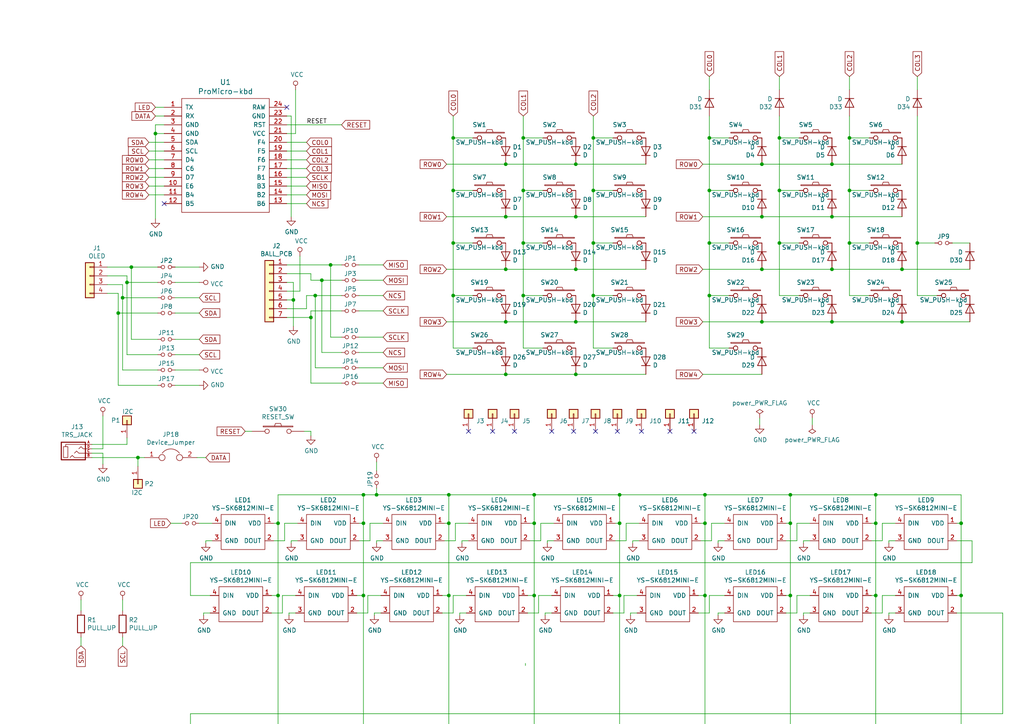
<source format=kicad_sch>
(kicad_sch (version 20230121) (generator eeschema)
  (paper "A4")
  (junction (at 45.085 38.735))
  (junction (at 254 143.51))
  (junction (at 130.175 151.765))
  (junction (at 205.74 55.245))
  (junction (at 205.74 85.725))
  (junction (at 167.005 47.625))
  (junction (at 204.47 172.72))
  (junction (at 179.705 151.765))
  (junction (at 204.47 143.51))
  (junction (at 105.41 172.72))
  (junction (at 34.29 90.805))
  (junction (at 172.085 55.245))
  (junction (at 220.98 62.865))
  (junction (at 154.94 222.885))
  (junction (at 85.09 86.995))
  (junction (at 241.3 78.105))
  (junction (at 205.74 70.485))
  (junction (at 229.235 222.885))
  (junction (at 246.38 70.485))
  (junction (at 261.62 78.105))
  (junction (at 105.41 151.765))
  (junction (at 220.98 93.345))
  (junction (at 93.345 81.28))
  (junction (at 154.94 143.51))
  (junction (at 131.445 85.725))
  (junction (at 204.47 222.885))
  (junction (at 229.235 172.72))
  (junction (at 151.765 70.485))
  (junction (at 90.17 92.075))
  (junction (at 130.175 172.72))
  (junction (at 254 151.765))
  (junction (at 172.085 40.005))
  (junction (at 241.3 93.345))
  (junction (at 246.38 55.245))
  (junction (at 179.705 222.885))
  (junction (at 38.1 77.47))
  (junction (at 241.3 62.865))
  (junction (at 229.235 143.51))
  (junction (at 151.765 40.005))
  (junction (at 246.38 40.005))
  (junction (at 154.94 151.765))
  (junction (at 226.06 40.005))
  (junction (at 261.62 93.345))
  (junction (at 105.41 222.885))
  (junction (at 220.98 47.625))
  (junction (at 179.705 172.72))
  (junction (at 167.005 93.345))
  (junction (at 205.74 40.005))
  (junction (at 131.445 70.485))
  (junction (at 130.175 222.885))
  (junction (at 109.22 143.51))
  (junction (at 241.3 47.625))
  (junction (at 154.94 172.72))
  (junction (at 226.06 70.485))
  (junction (at 167.005 62.865))
  (junction (at 172.085 85.725))
  (junction (at 146.685 62.865))
  (junction (at 278.765 172.72))
  (junction (at 80.645 222.885))
  (junction (at 130.175 143.51))
  (junction (at 146.685 108.585))
  (junction (at 179.705 143.51))
  (junction (at 40.005 132.715))
  (junction (at 278.765 151.765))
  (junction (at 146.685 93.345))
  (junction (at 220.98 78.105))
  (junction (at 131.445 40.005))
  (junction (at 105.41 143.51))
  (junction (at 146.685 78.105))
  (junction (at 172.085 70.485))
  (junction (at 151.765 55.245))
  (junction (at 167.005 78.105))
  (junction (at 35.56 86.36))
  (junction (at 167.005 108.585))
  (junction (at 91.44 85.725))
  (junction (at 229.235 151.765))
  (junction (at 254 172.72))
  (junction (at 131.445 55.245))
  (junction (at 36.83 81.915))
  (junction (at 146.685 47.625))
  (junction (at 80.645 172.72))
  (junction (at 204.47 151.765))
  (junction (at 266.065 70.485))
  (junction (at 151.765 85.725))
  (junction (at 95.885 76.835))
  (junction (at 80.645 151.765))
  (junction (at 226.06 55.245))
  (no_connect (at 47.625 59.055))
  (no_connect (at 186.055 125.095))
  (no_connect (at 149.225 125.095))
  (no_connect (at 179.07 125.095))
  (no_connect (at 172.72 125.095))
  (no_connect (at 142.875 125.095))
  (no_connect (at 83.185 31.115))
  (no_connect (at 166.37 125.095))
  (no_connect (at 135.89 125.095))
  (no_connect (at 201.295 125.095))
  (no_connect (at 227.965 257.81))
  (no_connect (at 160.02 125.095))
  (no_connect (at 194.31 125.095))
  (wire (pts (xy 255.905 172.72) (xy 259.715 172.72)))
  (wire (pts (xy 81.915 222.885) (xy 85.725 222.885)))
  (wire (pts (xy 153.67 156.845) (xy 156.845 156.845)))
  (wire (pts (xy 233.045 227.965) (xy 233.045 228.6)))
  (wire (pts (xy 203.2 156.845) (xy 206.375 156.845)))
  (wire (pts (xy 252.73 227.965) (xy 255.905 227.965)))
  (wire (pts (xy 50.8 98.425) (xy 57.785 98.425)))
  (wire (pts (xy 135.255 257.81) (xy 133.35 257.81)))
  (wire (pts (xy 131.445 33.655) (xy 131.445 40.005)))
  (wire (pts (xy 210.185 172.72) (xy 205.74 172.72)))
  (wire (pts (xy 31.115 82.55) (xy 35.56 82.55)))
  (wire (pts (xy 47.625 43.815) (xy 43.18 43.815)))
  (wire (pts (xy 226.06 40.005) (xy 226.06 55.245)))
  (wire (pts (xy 204.47 143.51) (xy 204.47 151.765)))
  (wire (pts (xy 205.74 222.885) (xy 205.74 227.965)))
  (wire (pts (xy 178.435 156.845) (xy 181.61 156.845)))
  (wire (pts (xy 83.185 43.815) (xy 88.9 43.815)))
  (wire (pts (xy 278.765 222.885) (xy 277.495 222.885)))
  (wire (pts (xy 128.905 156.845) (xy 132.08 156.845)))
  (wire (pts (xy 79.375 156.845) (xy 82.55 156.845)))
  (wire (pts (xy 130.175 222.885) (xy 130.175 252.73)))
  (wire (pts (xy 290.83 207.01) (xy 55.245 207.01)))
  (wire (pts (xy 31.115 77.47) (xy 38.1 77.47)))
  (wire (pts (xy 78.74 257.81) (xy 81.915 257.81)))
  (wire (pts (xy 154.94 172.72) (xy 154.94 222.885)))
  (wire (pts (xy 153.035 177.8) (xy 156.21 177.8)))
  (wire (pts (xy 110.49 257.81) (xy 108.585 257.81)))
  (wire (pts (xy 203.835 78.105) (xy 220.98 78.105)))
  (wire (pts (xy 211.455 40.005) (xy 205.74 40.005)))
  (wire (pts (xy 109.22 136.525) (xy 109.22 133.985)))
  (wire (pts (xy 110.49 177.8) (xy 108.585 177.8)))
  (wire (pts (xy 205.74 70.485) (xy 205.74 85.725)))
  (wire (pts (xy 81.915 172.72) (xy 85.725 172.72)))
  (wire (pts (xy 80.645 143.51) (xy 105.41 143.51)))
  (wire (pts (xy 109.22 141.605) (xy 109.22 143.51)))
  (wire (pts (xy 88.9 85.725) (xy 91.44 85.725)))
  (wire (pts (xy 146.685 62.865) (xy 167.005 62.865)))
  (wire (pts (xy 220.98 62.865) (xy 241.3 62.865)))
  (wire (pts (xy 229.235 172.72) (xy 229.235 222.885)))
  (wire (pts (xy 179.705 151.765) (xy 179.705 172.72)))
  (wire (pts (xy 105.41 151.765) (xy 105.41 172.72)))
  (wire (pts (xy 227.965 151.765) (xy 229.235 151.765)))
  (wire (pts (xy 278.765 240.665) (xy 55.245 240.665)))
  (wire (pts (xy 131.445 172.72) (xy 131.445 177.8)))
  (wire (pts (xy 80.645 172.72) (xy 80.645 222.885)))
  (wire (pts (xy 205.74 227.965) (xy 202.565 227.965)))
  (wire (pts (xy 160.02 257.81) (xy 158.115 257.81)))
  (wire (pts (xy 177.8 40.005) (xy 172.085 40.005)))
  (wire (pts (xy 204.47 151.765) (xy 204.47 172.72)))
  (wire (pts (xy 167.005 62.865) (xy 187.325 62.865)))
  (wire (pts (xy 281.94 156.845) (xy 281.94 163.195)))
  (wire (pts (xy 246.38 40.005) (xy 246.38 55.245)))
  (wire (pts (xy 36.83 102.87) (xy 45.72 102.87)))
  (wire (pts (xy 231.775 85.725) (xy 226.06 85.725)))
  (wire (pts (xy 184.785 257.81) (xy 182.88 257.81)))
  (wire (pts (xy 254 143.51) (xy 278.765 143.51)))
  (wire (pts (xy 82.55 151.765) (xy 86.36 151.765)))
  (wire (pts (xy 133.35 257.81) (xy 133.35 258.445)))
  (wire (pts (xy 210.185 222.885) (xy 205.74 222.885)))
  (wire (pts (xy 277.495 177.8) (xy 290.83 177.8)))
  (wire (pts (xy 106.68 252.73) (xy 110.49 252.73)))
  (wire (pts (xy 206.375 151.765) (xy 210.185 151.765)))
  (wire (pts (xy 26.67 131.445) (xy 29.845 131.445)))
  (wire (pts (xy 57.785 90.805) (xy 50.8 90.805)))
  (wire (pts (xy 103.505 257.81) (xy 106.68 257.81)))
  (wire (pts (xy 86.36 156.845) (xy 84.455 156.845)))
  (wire (pts (xy 130.175 143.51) (xy 130.175 151.765)))
  (wire (pts (xy 153.035 172.72) (xy 154.94 172.72)))
  (wire (pts (xy 231.14 222.885) (xy 234.95 222.885)))
  (wire (pts (xy 172.085 40.005) (xy 172.085 55.245)))
  (wire (pts (xy 210.185 227.965) (xy 208.28 227.965)))
  (wire (pts (xy 107.315 151.765) (xy 111.125 151.765)))
  (wire (pts (xy 257.81 227.965) (xy 257.81 228.6)))
  (wire (pts (xy 261.62 78.105) (xy 281.305 78.105)))
  (wire (pts (xy 152.4 192.405) (xy 152.4 193.04)))
  (wire (pts (xy 278.765 227.965) (xy 278.765 240.665)))
  (wire (pts (xy 252.095 70.485) (xy 246.38 70.485)))
  (wire (pts (xy 137.16 40.005) (xy 131.445 40.005)))
  (wire (pts (xy 229.235 252.73) (xy 227.965 252.73)))
  (wire (pts (xy 156.21 222.885) (xy 160.02 222.885)))
  (wire (pts (xy 231.775 40.005) (xy 226.06 40.005)))
  (wire (pts (xy 156.21 227.965) (xy 156.21 222.885)))
  (wire (pts (xy 254 151.765) (xy 254 172.72)))
  (wire (pts (xy 157.48 40.005) (xy 151.765 40.005)))
  (wire (pts (xy 210.185 156.845) (xy 208.28 156.845)))
  (wire (pts (xy 105.41 222.885) (xy 105.41 252.73)))
  (wire (pts (xy 111.125 81.28) (xy 104.14 81.28)))
  (wire (pts (xy 35.56 82.55) (xy 35.56 86.36)))
  (wire (pts (xy 45.085 31.115) (xy 47.625 31.115)))
  (wire (pts (xy 181.61 156.845) (xy 181.61 151.765)))
  (wire (pts (xy 93.345 81.28) (xy 93.345 102.235)))
  (wire (pts (xy 252.73 177.8) (xy 255.905 177.8)))
  (wire (pts (xy 178.435 151.765) (xy 179.705 151.765)))
  (wire (pts (xy 204.47 222.885) (xy 204.47 252.73)))
  (wire (pts (xy 83.185 36.195) (xy 99.06 36.195)))
  (wire (pts (xy 106.68 227.965) (xy 106.68 222.885)))
  (wire (pts (xy 231.775 55.245) (xy 226.06 55.245)))
  (wire (pts (xy 106.68 172.72) (xy 110.49 172.72)))
  (wire (pts (xy 204.47 172.72) (xy 202.565 172.72)))
  (wire (pts (xy 180.975 177.8) (xy 180.975 172.72)))
  (wire (pts (xy 105.41 143.51) (xy 109.22 143.51)))
  (wire (pts (xy 203.835 62.865) (xy 220.98 62.865)))
  (wire (pts (xy 156.21 252.73) (xy 160.02 252.73)))
  (wire (pts (xy 255.905 227.965) (xy 255.905 222.885)))
  (wire (pts (xy 211.455 100.965) (xy 205.74 100.965)))
  (wire (pts (xy 88.9 56.515) (xy 83.185 56.515)))
  (wire (pts (xy 35.56 107.315) (xy 45.72 107.315)))
  (wire (pts (xy 246.38 55.245) (xy 246.38 70.485)))
  (wire (pts (xy 90.17 79.375) (xy 90.17 81.28)))
  (wire (pts (xy 231.775 70.485) (xy 226.06 70.485)))
  (wire (pts (xy 179.705 143.51) (xy 204.47 143.51)))
  (wire (pts (xy 181.61 151.765) (xy 185.42 151.765)))
  (wire (pts (xy 227.965 177.8) (xy 231.14 177.8)))
  (wire (pts (xy 205.74 22.225) (xy 205.74 26.035)))
  (wire (pts (xy 26.67 128.905) (xy 36.83 128.905)))
  (wire (pts (xy 203.2 151.765) (xy 204.47 151.765)))
  (wire (pts (xy 45.085 33.655) (xy 47.625 33.655)))
  (wire (pts (xy 85.725 177.8) (xy 83.82 177.8)))
  (wire (pts (xy 90.17 125.095) (xy 90.17 126.365)))
  (wire (pts (xy 85.09 81.915) (xy 85.09 86.995)))
  (wire (pts (xy 80.645 151.765) (xy 80.645 172.72)))
  (wire (pts (xy 71.12 125.095) (xy 73.025 125.095)))
  (wire (pts (xy 130.175 252.73) (xy 128.27 252.73)))
  (wire (pts (xy 84.455 156.845) (xy 84.455 157.48)))
  (wire (pts (xy 78.74 172.72) (xy 80.645 172.72)))
  (wire (pts (xy 254 172.72) (xy 254 222.885)))
  (wire (pts (xy 157.48 70.485) (xy 151.765 70.485)))
  (wire (pts (xy 135.89 156.845) (xy 133.985 156.845)))
  (wire (pts (xy 104.14 106.68) (xy 111.125 106.68)))
  (wire (pts (xy 135.255 172.72) (xy 131.445 172.72)))
  (wire (pts (xy 83.185 59.055) (xy 88.9 59.055)))
  (wire (pts (xy 231.14 172.72) (xy 234.95 172.72)))
  (wire (pts (xy 35.56 184.785) (xy 35.56 187.325)))
  (wire (pts (xy 132.08 156.845) (xy 132.08 151.765)))
  (wire (pts (xy 153.035 222.885) (xy 154.94 222.885)))
  (wire (pts (xy 157.48 55.245) (xy 151.765 55.245)))
  (wire (pts (xy 35.56 177.165) (xy 35.56 173.99)))
  (wire (pts (xy 90.17 111.125) (xy 99.06 111.125)))
  (wire (pts (xy 156.845 151.765) (xy 160.655 151.765)))
  (wire (pts (xy 177.8 257.81) (xy 180.975 257.81)))
  (wire (pts (xy 182.88 227.965) (xy 182.88 228.6)))
  (wire (pts (xy 55.245 172.72) (xy 60.96 172.72)))
  (wire (pts (xy 50.8 107.315) (xy 57.785 107.315)))
  (wire (pts (xy 131.445 85.725) (xy 131.445 100.965)))
  (wire (pts (xy 83.185 41.275) (xy 88.9 41.275)))
  (wire (pts (xy 151.765 55.245) (xy 151.765 70.485)))
  (wire (pts (xy 91.44 85.725) (xy 91.44 106.68)))
  (wire (pts (xy 80.645 222.885) (xy 80.645 252.73)))
  (wire (pts (xy 172.085 33.655) (xy 172.085 40.005)))
  (wire (pts (xy 57.785 102.87) (xy 50.8 102.87)))
  (wire (pts (xy 81.915 177.8) (xy 81.915 172.72)))
  (wire (pts (xy 57.785 81.915) (xy 50.8 81.915)))
  (wire (pts (xy 205.74 40.005) (xy 205.74 55.245)))
  (wire (pts (xy 231.14 156.845) (xy 231.14 151.765)))
  (wire (pts (xy 38.1 77.47) (xy 45.72 77.47)))
  (wire (pts (xy 49.53 151.765) (xy 52.705 151.765)))
  (wire (pts (xy 241.3 47.625) (xy 261.62 47.625)))
  (wire (pts (xy 108.585 177.8) (xy 108.585 178.435)))
  (wire (pts (xy 266.065 33.655) (xy 266.065 70.485)))
  (wire (pts (xy 45.085 36.195) (xy 45.085 38.735)))
  (wire (pts (xy 154.94 143.51) (xy 154.94 151.765)))
  (wire (pts (xy 50.8 86.36) (xy 57.785 86.36)))
  (wire (pts (xy 154.94 151.765) (xy 154.94 172.72)))
  (wire (pts (xy 29.845 120.65) (xy 29.845 130.175)))
  (wire (pts (xy 146.685 93.345) (xy 167.005 93.345)))
  (wire (pts (xy 205.74 177.8) (xy 202.565 177.8)))
  (wire (pts (xy 23.495 184.785) (xy 23.495 187.325)))
  (wire (pts (xy 85.09 86.995) (xy 85.09 94.615)))
  (wire (pts (xy 177.8 177.8) (xy 180.975 177.8)))
  (wire (pts (xy 255.905 177.8) (xy 255.905 172.72)))
  (wire (pts (xy 184.785 227.965) (xy 182.88 227.965)))
  (wire (pts (xy 83.185 53.975) (xy 88.9 53.975)))
  (wire (pts (xy 184.785 177.8) (xy 182.88 177.8)))
  (wire (pts (xy 255.905 222.885) (xy 259.715 222.885)))
  (wire (pts (xy 86.995 74.295) (xy 86.995 84.455)))
  (wire (pts (xy 61.595 156.845) (xy 59.69 156.845)))
  (wire (pts (xy 88.9 89.535) (xy 83.185 89.535)))
  (wire (pts (xy 36.83 80.01) (xy 36.83 81.915)))
  (wire (pts (xy 277.495 156.845) (xy 281.94 156.845)))
  (wire (pts (xy 55.245 240.665) (xy 55.245 252.73)))
  (wire (pts (xy 85.725 26.035) (xy 85.725 38.735)))
  (wire (pts (xy 105.41 151.765) (xy 105.41 143.51)))
  (wire (pts (xy 278.765 172.72) (xy 277.495 172.72)))
  (wire (pts (xy 278.765 151.765) (xy 278.765 172.72)))
  (wire (pts (xy 93.345 102.235) (xy 99.06 102.235)))
  (wire (pts (xy 83.82 177.8) (xy 83.82 178.435)))
  (wire (pts (xy 246.38 33.655) (xy 246.38 40.005)))
  (wire (pts (xy 220.345 123.19) (xy 220.345 121.285)))
  (wire (pts (xy 31.115 85.09) (xy 34.29 85.09)))
  (wire (pts (xy 59.69 156.845) (xy 59.69 157.48)))
  (wire (pts (xy 226.06 70.485) (xy 226.06 85.725)))
  (wire (pts (xy 205.74 172.72) (xy 205.74 177.8)))
  (wire (pts (xy 167.005 93.345) (xy 187.325 93.345)))
  (wire (pts (xy 133.35 227.965) (xy 133.35 228.6)))
  (wire (pts (xy 135.255 222.885) (xy 131.445 222.885)))
  (wire (pts (xy 83.185 33.655) (xy 84.455 33.655)))
  (wire (pts (xy 131.445 227.965) (xy 128.27 227.965)))
  (wire (pts (xy 84.455 33.655) (xy 84.455 62.865)))
  (wire (pts (xy 43.18 46.355) (xy 47.625 46.355)))
  (wire (pts (xy 133.985 156.845) (xy 133.985 157.48)))
  (wire (pts (xy 153.035 227.965) (xy 156.21 227.965)))
  (wire (pts (xy 210.185 252.73) (xy 205.74 252.73)))
  (wire (pts (xy 151.765 70.485) (xy 151.765 85.725)))
  (wire (pts (xy 276.225 70.485) (xy 281.305 70.485)))
  (wire (pts (xy 206.375 156.845) (xy 206.375 151.765)))
  (wire (pts (xy 130.175 172.72) (xy 130.175 222.885)))
  (wire (pts (xy 111.125 102.235) (xy 104.14 102.235)))
  (wire (pts (xy 129.54 78.105) (xy 146.685 78.105)))
  (wire (pts (xy 208.28 257.81) (xy 208.28 258.445)))
  (wire (pts (xy 43.18 48.895) (xy 47.625 48.895)))
  (wire (pts (xy 83.185 81.915) (xy 85.09 81.915)))
  (wire (pts (xy 31.115 80.01) (xy 36.83 80.01)))
  (wire (pts (xy 104.14 76.835) (xy 111.125 76.835)))
  (wire (pts (xy 130.175 222.885) (xy 128.27 222.885)))
  (wire (pts (xy 203.835 93.345) (xy 220.98 93.345)))
  (wire (pts (xy 211.455 85.725) (xy 205.74 85.725)))
  (wire (pts (xy 111.125 156.845) (xy 109.22 156.845)))
  (wire (pts (xy 35.56 86.36) (xy 45.72 86.36)))
  (wire (pts (xy 208.28 227.965) (xy 208.28 228.6)))
  (wire (pts (xy 130.175 172.72) (xy 128.27 172.72)))
  (wire (pts (xy 254 172.72) (xy 252.73 172.72)))
  (wire (pts (xy 83.185 86.995) (xy 85.09 86.995)))
  (wire (pts (xy 36.83 81.915) (xy 45.72 81.915)))
  (wire (pts (xy 252.095 55.245) (xy 246.38 55.245)))
  (wire (pts (xy 185.42 156.845) (xy 183.515 156.845)))
  (wire (pts (xy 180.975 252.73) (xy 184.785 252.73)))
  (wire (pts (xy 254 222.885) (xy 252.73 222.885)))
  (wire (pts (xy 278.765 172.72) (xy 278.765 222.885)))
  (wire (pts (xy 109.22 156.845) (xy 109.22 157.48)))
  (wire (pts (xy 277.495 151.765) (xy 278.765 151.765)))
  (wire (pts (xy 105.41 172.72) (xy 105.41 222.885)))
  (wire (pts (xy 129.54 93.345) (xy 146.685 93.345)))
  (wire (pts (xy 180.975 222.885) (xy 184.785 222.885)))
  (wire (pts (xy 50.8 111.76) (xy 57.785 111.76)))
  (wire (pts (xy 179.705 172.72) (xy 179.705 222.885)))
  (wire (pts (xy 177.8 70.485) (xy 172.085 70.485)))
  (wire (pts (xy 246.38 70.485) (xy 246.38 85.725)))
  (wire (pts (xy 254 143.51) (xy 254 151.765)))
  (wire (pts (xy 93.345 81.28) (xy 99.06 81.28)))
  (wire (pts (xy 81.915 257.81) (xy 81.915 252.73)))
  (wire (pts (xy 47.625 51.435) (xy 43.18 51.435)))
  (wire (pts (xy 60.96 257.81) (xy 59.055 257.81)))
  (wire (pts (xy 55.245 222.885) (xy 60.96 222.885)))
  (wire (pts (xy 85.725 257.81) (xy 83.82 257.81)))
  (wire (pts (xy 104.14 85.725) (xy 111.125 85.725)))
  (wire (pts (xy 180.975 172.72) (xy 184.785 172.72)))
  (wire (pts (xy 234.95 156.845) (xy 233.045 156.845)))
  (wire (pts (xy 204.47 222.885) (xy 202.565 222.885)))
  (wire (pts (xy 167.005 108.585) (xy 146.685 108.585)))
  (wire (pts (xy 106.68 257.81) (xy 106.68 252.73)))
  (wire (pts (xy 205.74 33.655) (xy 205.74 40.005)))
  (wire (pts (xy 231.14 151.765) (xy 234.95 151.765)))
  (wire (pts (xy 252.73 156.845) (xy 255.905 156.845)))
  (wire (pts (xy 36.83 81.915) (xy 36.83 102.87)))
  (wire (pts (xy 104.14 97.79) (xy 111.125 97.79)))
  (wire (pts (xy 158.75 156.845) (xy 158.75 157.48)))
  (wire (pts (xy 40.005 132.715) (xy 41.91 132.715)))
  (wire (pts (xy 241.3 78.105) (xy 261.62 78.105)))
  (wire (pts (xy 152.4 242.57) (xy 152.4 243.205)))
  (wire (pts (xy 131.445 257.81) (xy 128.27 257.81)))
  (wire (pts (xy 182.88 257.81) (xy 182.88 258.445)))
  (wire (pts (xy 210.185 257.81) (xy 208.28 257.81)))
  (wire (pts (xy 156.21 172.72) (xy 160.02 172.72)))
  (wire (pts (xy 204.47 172.72) (xy 204.47 222.885)))
  (wire (pts (xy 79.375 151.765) (xy 80.645 151.765)))
  (wire (pts (xy 259.715 177.8) (xy 257.81 177.8)))
  (wire (pts (xy 233.045 156.845) (xy 233.045 157.48)))
  (wire (pts (xy 157.48 85.725) (xy 151.765 85.725)))
  (wire (pts (xy 111.125 90.17) (xy 104.14 90.17)))
  (wire (pts (xy 95.885 76.835) (xy 95.885 97.79)))
  (wire (pts (xy 277.495 227.965) (xy 278.765 227.965)))
  (wire (pts (xy 177.8 227.965) (xy 180.975 227.965)))
  (wire (pts (xy 167.005 78.105) (xy 187.325 78.105)))
  (wire (pts (xy 177.8 172.72) (xy 179.705 172.72)))
  (wire (pts (xy 130.175 151.765) (xy 130.175 172.72)))
  (wire (pts (xy 205.74 55.245) (xy 205.74 70.485)))
  (wire (pts (xy 177.8 85.725) (xy 172.085 85.725)))
  (wire (pts (xy 231.14 177.8) (xy 231.14 172.72)))
  (wire (pts (xy 229.235 222.885) (xy 229.235 252.73)))
  (wire (pts (xy 182.88 177.8) (xy 182.88 178.435)))
  (wire (pts (xy 156.845 156.845) (xy 156.845 151.765)))
  (wire (pts (xy 255.905 151.765) (xy 259.715 151.765)))
  (wire (pts (xy 233.045 177.8) (xy 233.045 178.435)))
  (wire (pts (xy 131.445 252.73) (xy 131.445 257.81)))
  (wire (pts (xy 57.785 151.765) (xy 61.595 151.765)))
  (wire (pts (xy 47.625 56.515) (xy 43.18 56.515)))
  (wire (pts (xy 90.17 90.17) (xy 99.06 90.17)))
  (wire (pts (xy 88.9 51.435) (xy 83.185 51.435)))
  (wire (pts (xy 235.585 121.285) (xy 235.585 123.19)))
  (wire (pts (xy 152.4 272.415) (xy 152.4 273.05)))
  (wire (pts (xy 108.585 257.81) (xy 108.585 258.445)))
  (wire (pts (xy 234.95 227.965) (xy 233.045 227.965)))
  (wire (pts (xy 220.98 93.345) (xy 241.3 93.345)))
  (wire (pts (xy 271.145 70.485) (xy 266.065 70.485)))
  (wire (pts (xy 154.94 222.885) (xy 154.94 252.73)))
  (wire (pts (xy 203.835 47.625) (xy 220.98 47.625)))
  (wire (pts (xy 104.14 156.845) (xy 107.315 156.845)))
  (wire (pts (xy 205.74 252.73) (xy 205.74 257.81)))
  (wire (pts (xy 204.47 143.51) (xy 229.235 143.51)))
  (wire (pts (xy 180.975 227.965) (xy 180.975 222.885)))
  (wire (pts (xy 82.55 156.845) (xy 82.55 151.765)))
  (wire (pts (xy 132.08 151.765) (xy 135.89 151.765)))
  (wire (pts (xy 234.95 177.8) (xy 233.045 177.8)))
  (wire (pts (xy 220.98 47.625) (xy 241.3 47.625)))
  (wire (pts (xy 266.065 70.485) (xy 266.065 85.725)))
  (wire (pts (xy 34.29 90.805) (xy 45.72 90.805)))
  (wire (pts (xy 60.96 227.965) (xy 59.055 227.965)))
  (wire (pts (xy 106.68 222.885) (xy 110.49 222.885)))
  (wire (pts (xy 83.185 46.355) (xy 88.9 46.355)))
  (wire (pts (xy 146.685 108.585) (xy 129.54 108.585)))
  (wire (pts (xy 205.74 257.81) (xy 202.565 257.81)))
  (wire (pts (xy 137.16 100.965) (xy 131.445 100.965)))
  (wire (pts (xy 59.055 227.965) (xy 59.055 228.6)))
  (wire (pts (xy 177.8 252.73) (xy 179.705 252.73)))
  (wire (pts (xy 103.505 222.885) (xy 105.41 222.885)))
  (wire (pts (xy 137.16 85.725) (xy 131.445 85.725)))
  (wire (pts (xy 34.29 85.09) (xy 34.29 90.805)))
  (wire (pts (xy 172.085 100.965) (xy 172.085 85.725)))
  (wire (pts (xy 95.885 76.835) (xy 99.06 76.835)))
  (wire (pts (xy 278.765 143.51) (xy 278.765 151.765)))
  (wire (pts (xy 246.38 22.225) (xy 246.38 26.035)))
  (wire (pts (xy 167.005 108.585) (xy 187.325 108.585)))
  (wire (pts (xy 88.265 125.095) (xy 90.17 125.095)))
  (wire (pts (xy 104.14 151.765) (xy 105.41 151.765)))
  (wire (pts (xy 131.445 40.005) (xy 131.445 55.245)))
  (wire (pts (xy 153.67 151.765) (xy 154.94 151.765)))
  (wire (pts (xy 180.975 257.81) (xy 180.975 252.73)))
  (wire (pts (xy 137.16 70.485) (xy 131.445 70.485)))
  (wire (pts (xy 34.29 90.805) (xy 34.29 111.76)))
  (wire (pts (xy 109.22 143.51) (xy 130.175 143.51)))
  (wire (pts (xy 172.085 70.485) (xy 172.085 85.725)))
  (wire (pts (xy 86.995 84.455) (xy 83.185 84.455)))
  (wire (pts (xy 50.8 77.47) (xy 57.785 77.47)))
  (wire (pts (xy 47.625 38.735) (xy 45.085 38.735)))
  (wire (pts (xy 177.8 222.885) (xy 179.705 222.885)))
  (wire (pts (xy 160.02 177.8) (xy 158.115 177.8)))
  (wire (pts (xy 231.14 227.965) (xy 231.14 222.885)))
  (wire (pts (xy 257.81 177.8) (xy 257.81 178.435)))
  (wire (pts (xy 103.505 172.72) (xy 105.41 172.72)))
  (wire (pts (xy 131.445 222.885) (xy 131.445 227.965)))
  (wire (pts (xy 131.445 55.245) (xy 131.445 70.485)))
  (wire (pts (xy 36.83 128.905) (xy 36.83 127)))
  (wire (pts (xy 90.17 92.075) (xy 90.17 90.17)))
  (wire (pts (xy 183.515 156.845) (xy 183.515 157.48)))
  (wire (pts (xy 80.645 143.51) (xy 80.645 151.765)))
  (wire (pts (xy 103.505 177.8) (xy 106.68 177.8)))
  (wire (pts (xy 205.74 100.965) (xy 205.74 85.725)))
  (wire (pts (xy 177.8 55.245) (xy 172.085 55.245)))
  (wire (pts (xy 226.06 22.225) (xy 226.06 26.035)))
  (wire (pts (xy 78.74 222.885) (xy 80.645 222.885)))
  (wire (pts (xy 83.185 79.375) (xy 90.17 79.375)))
  (wire (pts (xy 229.235 151.765) (xy 229.235 172.72)))
  (wire (pts (xy 252.095 85.725) (xy 246.38 85.725)))
  (wire (pts (xy 131.445 177.8) (xy 128.27 177.8)))
  (wire (pts (xy 146.685 47.625) (xy 167.005 47.625)))
  (wire (pts (xy 129.54 62.865) (xy 146.685 62.865)))
  (wire (pts (xy 103.505 252.73) (xy 105.41 252.73)))
  (wire (pts (xy 226.06 33.655) (xy 226.06 40.005)))
  (wire (pts (xy 78.74 252.73) (xy 80.645 252.73)))
  (wire (pts (xy 78.74 227.965) (xy 81.915 227.965)))
  (wire (pts (xy 47.625 36.195) (xy 45.085 36.195)))
  (wire (pts (xy 259.715 156.845) (xy 257.81 156.845)))
  (wire (pts (xy 38.1 77.47) (xy 38.1 98.425)))
  (wire (pts (xy 43.18 53.975) (xy 47.625 53.975)))
  (wire (pts (xy 160.02 227.965) (xy 158.115 227.965)))
  (wire (pts (xy 151.765 85.725) (xy 151.765 100.965)))
  (wire (pts (xy 137.16 55.245) (xy 131.445 55.245)))
  (wire (pts (xy 156.21 177.8) (xy 156.21 172.72)))
  (wire (pts (xy 81.915 227.965) (xy 81.915 222.885)))
  (wire (pts (xy 241.3 62.865) (xy 261.62 62.865)))
  (wire (pts (xy 103.505 227.965) (xy 106.68 227.965)))
  (wire (pts (xy 227.965 227.965) (xy 231.14 227.965)))
  (wire (pts (xy 229.235 222.885) (xy 227.965 222.885)))
  (wire (pts (xy 107.315 156.845) (xy 107.315 151.765)))
  (wire (pts (xy 90.17 81.28) (xy 93.345 81.28)))
  (wire (pts (xy 179.705 222.885) (xy 179.705 252.73)))
  (wire (pts (xy 59.055 177.8) (xy 59.055 178.435)))
  (wire (pts (xy 135.255 227.965) (xy 133.35 227.965)))
  (wire (pts (xy 131.445 70.485) (xy 131.445 85.725)))
  (wire (pts (xy 83.185 76.835) (xy 95.885 76.835)))
  (wire (pts (xy 88.9 85.725) (xy 88.9 89.535)))
  (wire (pts (xy 208.28 156.845) (xy 208.28 157.48)))
  (wire (pts (xy 179.705 143.51) (xy 179.705 151.765)))
  (wire (pts (xy 271.78 85.725) (xy 266.065 85.725)))
  (wire (pts (xy 261.62 93.345) (xy 281.305 93.345)))
  (wire (pts (xy 59.055 257.81) (xy 59.055 258.445)))
  (wire (pts (xy 85.725 227.965) (xy 83.82 227.965)))
  (wire (pts (xy 158.115 177.8) (xy 158.115 178.435)))
  (wire (pts (xy 55.245 163.195) (xy 281.94 163.195)))
  (wire (pts (xy 43.18 41.275) (xy 47.625 41.275)))
  (wire (pts (xy 95.885 97.79) (xy 99.06 97.79)))
  (wire (pts (xy 83.82 227.965) (xy 83.82 228.6)))
  (wire (pts (xy 128.905 151.765) (xy 130.175 151.765)))
  (wire (pts (xy 83.185 48.895) (xy 88.9 48.895)))
  (wire (pts (xy 241.3 93.345) (xy 261.62 93.345)))
  (wire (pts (xy 257.81 156.845) (xy 257.81 157.48)))
  (wire (pts (xy 208.28 177.8) (xy 208.28 178.435)))
  (wire (pts (xy 90.17 92.075) (xy 90.17 111.125)))
  (wire (pts (xy 172.085 55.245) (xy 172.085 70.485)))
  (wire (pts (xy 252.095 40.005) (xy 246.38 40.005)))
  (wire (pts (xy 91.44 85.725) (xy 99.06 85.725)))
  (wire (pts (xy 154.94 143.51) (xy 179.705 143.51)))
  (wire (pts (xy 85.725 38.735) (xy 83.185 38.735)))
  (wire (pts (xy 110.49 227.965) (xy 108.585 227.965)))
  (wire (pts (xy 210.185 177.8) (xy 208.28 177.8)))
  (wire (pts (xy 167.005 47.625) (xy 187.325 47.625)))
  (wire (pts (xy 55.245 252.73) (xy 60.96 252.73)))
  (wire (pts (xy 146.685 78.105) (xy 167.005 78.105)))
  (wire (pts (xy 45.085 38.735) (xy 45.085 63.5)))
  (wire (pts (xy 38.1 98.425) (xy 45.72 98.425)))
  (wire (pts (xy 135.255 252.73) (xy 131.445 252.73)))
  (wire (pts (xy 259.715 227.965) (xy 257.81 227.965)))
  (wire (pts (xy 23.495 177.165) (xy 23.495 173.99)))
  (wire (pts (xy 29.845 131.445) (xy 29.845 134.62)))
  (wire (pts (xy 204.47 252.73) (xy 202.565 252.73)))
  (wire (pts (xy 229.235 143.51) (xy 229.235 151.765)))
  (wire (pts (xy 156.21 257.81) (xy 156.21 252.73)))
  (wire (pts (xy 153.035 252.73) (xy 154.94 252.73)))
  (wire (pts (xy 55.245 163.195) (xy 55.245 172.72)))
  (wire (pts (xy 151.765 33.655) (xy 151.765 40.005)))
  (wire (pts (xy 40.005 132.715) (xy 26.67 132.715)))
  (wire (pts (xy 227.965 156.845) (xy 231.14 156.845)))
  (wire (pts (xy 290.83 177.8) (xy 290.83 207.01)))
  (wire (pts (xy 108.585 227.965) (xy 108.585 228.6)))
  (wire (pts (xy 135.255 177.8) (xy 133.35 177.8)))
  (wire (pts (xy 157.48 100.965) (xy 151.765 100.965)))
  (wire (pts (xy 226.06 55.245) (xy 226.06 70.485)))
  (wire (pts (xy 104.14 111.125) (xy 111.125 111.125)))
  (wire (pts (xy 158.115 257.81) (xy 158.115 258.445)))
  (wire (pts (xy 229.235 172.72) (xy 227.965 172.72)))
  (wire (pts (xy 81.915 252.73) (xy 85.725 252.73)))
  (wire (pts (xy 158.115 227.965) (xy 158.115 228.6)))
  (wire (pts (xy 211.455 55.245) (xy 205.74 55.245)))
  (wire (pts (xy 133.35 177.8) (xy 133.35 178.435)))
  (wire (pts (xy 266.065 22.225) (xy 266.065 26.035)))
  (wire (pts (xy 55.245 207.01) (xy 55.245 222.885)))
  (wire (pts (xy 83.185 92.075) (xy 90.17 92.075)))
  (wire (pts (xy 78.74 177.8) (xy 81.915 177.8)))
  (wire (pts (xy 130.175 143.51) (xy 154.94 143.51)))
  (wire (pts (xy 106.68 177.8) (xy 106.68 172.72)))
  (wire (pts (xy 177.8 100.965) (xy 172.085 100.965)))
  (wire (pts (xy 151.765 40.005) (xy 151.765 55.245)))
  (wire (pts (xy 160.655 156.845) (xy 158.75 156.845)))
  (wire (pts (xy 203.835 108.585) (xy 220.98 108.585)))
  (wire (pts (xy 252.73 151.765) (xy 254 151.765)))
  (wire (pts (xy 34.29 111.76) (xy 45.72 111.76)))
  (wire (pts (xy 57.15 132.715) (xy 59.69 132.715)))
  (wire (pts (xy 91.44 106.68) (xy 99.06 106.68)))
  (wire (pts (xy 153.035 257.81) (xy 156.21 257.81)))
  (wire (pts (xy 211.455 70.485) (xy 205.74 70.485)))
  (wire (pts (xy 255.905 156.845) (xy 255.905 151.765)))
  (wire (pts (xy 35.56 86.36) (xy 35.56 107.315)))
  (wire (pts (xy 60.96 177.8) (xy 59.055 177.8)))
  (wire (pts (xy 229.235 143.51) (xy 254 143.51)))
  (wire (pts (xy 129.54 47.625) (xy 146.685 47.625)))
  (wire (pts (xy 40.005 135.255) (xy 40.005 132.715)))
  (wire (pts (xy 220.98 78.105) (xy 241.3 78.105)))
  (wire (pts (xy 29.845 130.175) (xy 26.67 130.175)))
  (wire (pts (xy 83.82 257.81) (xy 83.82 258.445)))
  (label "RESET" (at 88.9 36.195 0))
  (global_label "SDA" (shape input) (at 57.785 90.805 0) (property "Intersheetrefs" "${INTERSHEET_REFS}" (effects hide)))
  (global_label "ROW4" (shape input) (at 43.18 56.515 180) (property "Intersheetrefs" "${INTERSHEET_REFS}" (effects hide)))
  (global_label "MISO" (shape input) (at 111.125 111.125 0) (property "Intersheetrefs" "${INTERSHEET_REFS}" (effects hide)))
  (global_label "ROW0" (shape input) (at 203.835 47.625 180) (property "Intersheetrefs" "${INTERSHEET_REFS}" (effects hide)))
  (global_label "MOSI" (shape input) (at 111.125 106.68 0) (property "Intersheetrefs" "${INTERSHEET_REFS}" (effects hide)))
  (global_label "ROW3" (shape input) (at 129.54 93.345 180) (property "Intersheetrefs" "${INTERSHEET_REFS}" (effects hide)))
  (global_label "ROW0" (shape input) (at 43.18 46.355 180) (property "Intersheetrefs" "${INTERSHEET_REFS}" (effects hide)))
  (global_label "SCL" (shape input) (at 57.785 86.36 0) (property "Intersheetrefs" "${INTERSHEET_REFS}" (effects hide)))
  (global_label "ROW0" (shape input) (at 129.54 47.625 180) (property "Intersheetrefs" "${INTERSHEET_REFS}" (effects hide)))
  (global_label "COL0" (shape input) (at 88.9 41.275 0) (property "Intersheetrefs" "${INTERSHEET_REFS}" (effects hide)))
  (global_label "RESET" (shape input) (at 71.12 125.095 180) (property "Intersheetrefs" "${INTERSHEET_REFS}" (effects hide)))
  (global_label "ROW1" (shape input) (at 203.835 62.865 180) (property "Intersheetrefs" "${INTERSHEET_REFS}" (effects hide)))
  (global_label "COL3" (shape input) (at 88.9 48.895 0) (property "Intersheetrefs" "${INTERSHEET_REFS}" (effects hide)))
  (global_label "MISO" (shape input) (at 111.125 76.835 0) (property "Intersheetrefs" "${INTERSHEET_REFS}" (effects hide)))
  (global_label "ROW4" (shape input) (at 129.54 108.585 180) (property "Intersheetrefs" "${INTERSHEET_REFS}" (effects hide)))
  (global_label "SCL" (shape input) (at 57.785 102.87 0) (property "Intersheetrefs" "${INTERSHEET_REFS}" (effects hide)))
  (global_label "LED" (shape input) (at 49.53 151.765 180) (property "Intersheetrefs" "${INTERSHEET_REFS}" (effects hide)))
  (global_label "COL1" (shape input) (at 151.765 33.655 90) (property "Intersheetrefs" "${INTERSHEET_REFS}" (effects hide)))
  (global_label "NCS" (shape input) (at 88.9 59.055 0) (property "Intersheetrefs" "${INTERSHEET_REFS}" (effects hide)))
  (global_label "DATA" (shape input) (at 45.085 33.655 180) (property "Intersheetrefs" "${INTERSHEET_REFS}" (effects hide)))
  (global_label "COL1" (shape input) (at 226.06 22.225 90) (property "Intersheetrefs" "${INTERSHEET_REFS}" (effects hide)))
  (global_label "COL2" (shape input) (at 246.38 22.225 90) (property "Intersheetrefs" "${INTERSHEET_REFS}" (effects hide)))
  (global_label "ROW1" (shape input) (at 43.18 48.895 180) (property "Intersheetrefs" "${INTERSHEET_REFS}" (effects hide)))
  (global_label "DATA" (shape input) (at 59.69 132.715 0) (property "Intersheetrefs" "${INTERSHEET_REFS}" (effects hide)))
  (global_label "COL3" (shape input) (at 266.065 22.225 90) (property "Intersheetrefs" "${INTERSHEET_REFS}" (effects hide)))
  (global_label "COL1" (shape input) (at 88.9 43.815 0) (property "Intersheetrefs" "${INTERSHEET_REFS}" (effects hide)))
  (global_label "COL0" (shape input) (at 131.445 33.655 90) (property "Intersheetrefs" "${INTERSHEET_REFS}" (effects hide)))
  (global_label "COL2" (shape input) (at 88.9 46.355 0) (property "Intersheetrefs" "${INTERSHEET_REFS}" (effects hide)))
  (global_label "RESET" (shape input) (at 99.06 36.195 0) (property "Intersheetrefs" "${INTERSHEET_REFS}" (effects hide)))
  (global_label "SCLK" (shape input) (at 111.125 90.17 0) (property "Intersheetrefs" "${INTERSHEET_REFS}" (effects hide)))
  (global_label "ROW2" (shape input) (at 43.18 51.435 180) (property "Intersheetrefs" "${INTERSHEET_REFS}" (effects hide)))
  (global_label "MOSI" (shape input) (at 111.125 81.28 0) (property "Intersheetrefs" "${INTERSHEET_REFS}" (effects hide)))
  (global_label "ROW4" (shape input) (at 203.835 108.585 180) (property "Intersheetrefs" "${INTERSHEET_REFS}" (effects hide)))
  (global_label "MISO" (shape input) (at 88.9 53.975 0) (property "Intersheetrefs" "${INTERSHEET_REFS}" (effects hide)))
  (global_label "SCL" (shape input) (at 35.56 187.325 270) (property "Intersheetrefs" "${INTERSHEET_REFS}" (effects hide)))
  (global_label "ROW2" (shape input) (at 129.54 78.105 180) (property "Intersheetrefs" "${INTERSHEET_REFS}" (effects hide)))
  (global_label "ROW1" (shape input) (at 129.54 62.865 180) (property "Intersheetrefs" "${INTERSHEET_REFS}" (effects hide)))
  (global_label "SDA" (shape input) (at 23.495 187.325 270) (property "Intersheetrefs" "${INTERSHEET_REFS}" (effects hide)))
  (global_label "SCLK" (shape input) (at 111.125 97.79 0) (property "Intersheetrefs" "${INTERSHEET_REFS}" (effects hide)))
  (global_label "LED" (shape input) (at 45.085 31.115 180) (property "Intersheetrefs" "${INTERSHEET_REFS}" (effects hide)))
  (global_label "SDA" (shape input) (at 57.785 98.425 0) (property "Intersheetrefs" "${INTERSHEET_REFS}" (effects hide)))
  (global_label "SCLK" (shape input) (at 88.9 51.435 0) (property "Intersheetrefs" "${INTERSHEET_REFS}" (effects hide)))
  (global_label "COL0" (shape input) (at 205.74 22.225 90) (property "Intersheetrefs" "${INTERSHEET_REFS}" (effects hide)))
  (global_label "SDA" (shape input) (at 43.18 41.275 180) (property "Intersheetrefs" "${INTERSHEET_REFS}" (effects hide)))
  (global_label "ROW3" (shape input) (at 203.835 93.345 180) (property "Intersheetrefs" "${INTERSHEET_REFS}" (effects hide)))
  (global_label "NCS" (shape input) (at 111.125 102.235 0) (property "Intersheetrefs" "${INTERSHEET_REFS}" (effects hide)))
  (global_label "SCL" (shape input) (at 43.18 43.815 180) (property "Intersheetrefs" "${INTERSHEET_REFS}" (effects hide)))
  (global_label "ROW2" (shape input) (at 203.835 78.105 180) (property "Intersheetrefs" "${INTERSHEET_REFS}" (effects hide)))
  (global_label "NCS" (shape input) (at 111.125 85.725 0) (property "Intersheetrefs" "${INTERSHEET_REFS}" (effects hide)))
  (global_label "COL2" (shape input) (at 172.085 33.655 90) (property "Intersheetrefs" "${INTERSHEET_REFS}" (effects hide)))
  (global_label "ROW3" (shape input) (at 43.18 53.975 180) (property "Intersheetrefs" "${INTERSHEET_REFS}" (effects hide)))
  (global_label "MOSI" (shape input) (at 88.9 56.515 0) (property "Intersheetrefs" "${INTERSHEET_REFS}" (effects hide)))
  (symbol (lib_id "keyball61_right-rescue:YS-SK6812MINI-E-ball_sensor-cache") (at 70.485 154.305 0) (mirror y) (unit 1)
    (property "Reference" "LED1" (at 70.485 145.034 0))
    (property "Value" "YS-SK6812MINI-E" (at 70.485 147.3454 0))
    (property "Footprint" "keyball_right:YS-SK6812MINI-Keyball-BL" (effects hide))
  )
  (symbol (lib_id "keyball61_right-rescue:ProMicro-kbd-corne-chocolate-rescue") (at 65.405 50.165 0) (unit 1)
    (property "Reference" "U1" (at 65.405 23.8252 0) (effects (font (size 1.524 1.524))))
    (property "Value" "ProMicro-kbd" (at 65.405 26.5176 0) (effects (font (size 1.524 1.524))))
    (property "Footprint" "keyball_right:ProMicro_v2_for61" (effects hide))
  )
  (symbol (lib_id "keyball61_right-rescue:kbd_SW_PUSH-corne-chocolate-cache") (at 80.645 125.095 0) (unit 1)
    (property "Reference" "SW30" (at 80.645 118.618 0))
    (property "Value" "RESET_SW" (at 80.645 120.9294 0))
    (property "Footprint" "keyball_right:ResetSW" (effects hide))
  )
  (symbol (lib_id "keyball61_right-rescue:kbd_MJ-4PP-9-corne-chocolate-cache") (at 21.59 130.81 0) (unit 1)
    (property "Reference" "J13" (at 22.3774 123.7996 0))
    (property "Value" "TRS_JACK" (at 22.3774 126.111 0))
    (property "Footprint" "Lily58-footprint:TRRS_JACK_MJ4PP9" (effects hide))
  )
  (symbol (lib_id "keyball61_right-rescue:Connector_Generic_Conn_01x01-corne-chocolate-cache") (at 36.83 121.92 90) (unit 1)
    (property "Reference" "P1" (at 34.925 121.92 90) (effects (justify left)))
    (property "Value" "I2C" (at 38.735 119.38 90) (effects (justify left)))
    (property "Footprint" "keyball_right:1pin_conn" (effects hide))
  )
  (symbol (lib_id "keyball61_right-rescue:Device_Jumper-corne-chocolate-cache") (at 49.53 132.715 0) (unit 1)
    (property "Reference" "JP18" (at 49.53 126.0094 0))
    (property "Value" "Device_Jumper" (at 49.53 128.3208 0))
    (property "Footprint" "keyball_right:JP025" (effects hide))
  )
  (symbol (lib_id "keyball61_right-rescue:Device_R-corne-chocolate-cache") (at 23.495 180.975 0) (unit 1)
    (property "Reference" "R1" (at 25.273 179.8066 0) (effects (justify left)))
    (property "Value" "PULL_UP" (at 25.273 182.118 0) (effects (justify left)))
    (property "Footprint" "Resistor_SMD:R_0603_1608Metric" (effects hide))
  )
  (symbol (lib_id "keyball61_right-rescue:Connector_Generic_Conn_01x07-ball_sensor-cache") (at 78.105 84.455 0) (mirror y) (unit 1)
    (property "Reference" "J2" (at 80.1878 71.3232 0))
    (property "Value" "BALL_PCB" (at 80.1878 73.6346 0))
    (property "Footprint" "mylibrary:Mac8_L_7pin_contact" (effects hide))
  )
  (symbol (lib_id "keyball61_right-rescue:Connector_Generic_Conn_01x04-corne-chocolate-cache") (at 26.035 80.01 0) (mirror y) (unit 1)
    (property "Reference" "J1" (at 28.1178 71.9582 0))
    (property "Value" "OLED" (at 28.1178 74.2696 0))
    (property "Footprint" "keyball_right:OLED" (effects hide))
  )
  (symbol (lib_id "keyball61_right-rescue:power_GND-ball_sensor-cache") (at 90.17 126.365 0) (unit 1)
    (property "Reference" "#PWR013" (effects hide))
    (property "Value" "power_GND" (at 90.297 130.7592 0))
  )
  (symbol (lib_id "keyball61_right-rescue:power_VCC-corne-chocolate-cache") (at 29.845 120.65 0) (unit 1)
    (property "Reference" "#PWR010" (effects hide))
    (property "Value" "power_VCC" (at 30.2768 116.2558 0))
  )
  (symbol (lib_id "keyball61_right-rescue:power_GND-ball_sensor-cache") (at 29.845 134.62 0) (unit 1)
    (property "Reference" "#PWR015" (effects hide))
    (property "Value" "power_GND" (at 29.972 139.0142 0))
  )
  (symbol (lib_id "keyball61_right-rescue:Connector_Generic_Conn_01x01-corne-chocolate-cache") (at 40.005 140.335 270) (unit 1)
    (property "Reference" "P2" (at 41.91 140.335 90) (effects (justify left)))
    (property "Value" "I2C" (at 38.1 142.875 90) (effects (justify left)))
    (property "Footprint" "keyball_right:1pin_conn" (effects hide))
  )
  (symbol (lib_id "keyball61_right-rescue:Device_R-corne-chocolate-cache") (at 35.56 180.975 0) (unit 1)
    (property "Reference" "R2" (at 37.338 179.8066 0) (effects (justify left)))
    (property "Value" "PULL_UP" (at 37.338 182.118 0) (effects (justify left)))
    (property "Footprint" "Resistor_SMD:R_0603_1608Metric" (effects hide))
  )
  (symbol (lib_id "keyball61_right-rescue:Device_Jumper_NO_Small-corne-chocolate-cache") (at 48.26 77.47 0) (unit 1)
    (property "Reference" "JP2" (at 48.26 75.565 0))
    (property "Value" "Device_Jumper_NO_Small" (effects hide))
    (property "Footprint" "keyball_right:Jumper" (effects hide))
  )
  (symbol (lib_id "keyball61_right-rescue:Device_Jumper_NO_Small-corne-chocolate-cache") (at 48.26 81.915 0) (unit 1)
    (property "Reference" "JP4" (at 48.26 80.01 0))
    (property "Value" "Device_Jumper_NO_Small" (effects hide))
    (property "Footprint" "keyball_right:Jumper" (effects hide))
  )
  (symbol (lib_id "keyball61_right-rescue:Device_Jumper_NO_Small-corne-chocolate-cache") (at 48.26 86.36 0) (unit 1)
    (property "Reference" "JP6" (at 48.26 84.455 0))
    (property "Value" "Device_Jumper_NO_Small" (effects hide))
    (property "Footprint" "keyball_right:Jumper" (effects hide))
  )
  (symbol (lib_id "keyball61_right-rescue:Device_Jumper_NO_Small-corne-chocolate-cache") (at 48.26 90.805 0) (unit 1)
    (property "Reference" "JP8" (at 48.26 88.9 0))
    (property "Value" "Device_Jumper_NO_Small" (effects hide))
    (property "Footprint" "keyball_right:Jumper" (effects hide))
  )
  (symbol (lib_id "keyball61_right-rescue:Device_Jumper_NO_Small-corne-chocolate-cache") (at 48.26 98.425 0) (unit 1)
    (property "Reference" "JP11" (at 48.26 96.52 0))
    (property "Value" "Device_Jumper_NO_Small" (effects hide))
    (property "Footprint" "keyball_right:Jumper" (effects hide))
  )
  (symbol (lib_id "keyball61_right-rescue:Device_Jumper_NO_Small-corne-chocolate-cache") (at 48.26 102.87 0) (unit 1)
    (property "Reference" "JP13" (at 48.26 100.965 0))
    (property "Value" "Device_Jumper_NO_Small" (effects hide))
    (property "Footprint" "keyball_right:Jumper" (effects hide))
  )
  (symbol (lib_id "keyball61_right-rescue:Device_Jumper_NO_Small-corne-chocolate-cache") (at 48.26 107.315 0) (unit 1)
    (property "Reference" "JP15" (at 48.26 105.41 0))
    (property "Value" "Device_Jumper_NO_Small" (effects hide))
    (property "Footprint" "keyball_right:Jumper" (effects hide))
  )
  (symbol (lib_id "keyball61_right-rescue:Device_Jumper_NO_Small-corne-chocolate-cache") (at 48.26 111.76 0) (unit 1)
    (property "Reference" "JP17" (at 48.26 109.855 0))
    (property "Value" "Device_Jumper_NO_Small" (effects hide))
    (property "Footprint" "keyball_right:Jumper" (effects hide))
  )
  (symbol (lib_id "keyball61_right-rescue:power_GND-ball_sensor-cache") (at 57.785 77.47 90) (unit 1)
    (property "Reference" "#PWR05" (effects hide))
    (property "Value" "power_GND" (at 61.0362 77.343 90) (effects (justify right)))
  )
  (symbol (lib_id "keyball61_right-rescue:power_GND-ball_sensor-cache") (at 57.785 111.76 90) (unit 1)
    (property "Reference" "#PWR09" (effects hide))
    (property "Value" "power_GND" (at 61.0362 111.633 90) (effects (justify right)))
  )
  (symbol (lib_id "keyball61_right-rescue:power_VCC-corne-chocolate-cache") (at 85.725 26.035 0) (unit 1)
    (property "Reference" "#PWR01" (effects hide))
    (property "Value" "power_VCC" (at 86.1568 21.6408 0))
  )
  (symbol (lib_id "keyball61_right-rescue:power_GND-ball_sensor-cache") (at 45.085 63.5 0) (unit 1)
    (property "Reference" "#PWR03" (effects hide))
    (property "Value" "power_GND" (at 45.212 67.8942 0))
  )
  (symbol (lib_id "keyball61_right-rescue:power_VCC-corne-chocolate-cache") (at 57.785 81.915 270) (unit 1)
    (property "Reference" "#PWR06" (effects hide))
    (property "Value" "power_VCC" (at 61.0362 82.3468 90) (effects (justify left)))
  )
  (symbol (lib_id "keyball61_right-rescue:power_VCC-corne-chocolate-cache") (at 57.785 107.315 270) (unit 1)
    (property "Reference" "#PWR08" (effects hide))
    (property "Value" "power_VCC" (at 61.0362 107.7468 90) (effects (justify left)))
  )
  (symbol (lib_id "keyball61_right-rescue:Device_Jumper_NO_Small-corne-chocolate-cache") (at 101.6 76.835 0) (unit 1)
    (property "Reference" "JP1" (at 101.6 74.93 0))
    (property "Value" "Device_Jumper_NO_Small" (effects hide))
    (property "Footprint" "keyball_right:Jumper" (effects hide))
  )
  (symbol (lib_id "keyball61_right-rescue:Device_Jumper_NO_Small-corne-chocolate-cache") (at 101.6 81.28 0) (unit 1)
    (property "Reference" "JP3" (at 101.6 79.375 0))
    (property "Value" "Device_Jumper_NO_Small" (effects hide))
    (property "Footprint" "keyball_right:Jumper" (effects hide))
  )
  (symbol (lib_id "keyball61_right-rescue:Device_Jumper_NO_Small-corne-chocolate-cache") (at 101.6 85.725 0) (unit 1)
    (property "Reference" "JP5" (at 101.6 83.82 0))
    (property "Value" "Device_Jumper_NO_Small" (effects hide))
    (property "Footprint" "keyball_right:Jumper" (effects hide))
  )
  (symbol (lib_id "keyball61_right-rescue:Device_Jumper_NO_Small-corne-chocolate-cache") (at 101.6 90.17 0) (unit 1)
    (property "Reference" "JP7" (at 101.6 88.265 0))
    (property "Value" "Device_Jumper_NO_Small" (effects hide))
    (property "Footprint" "keyball_right:Jumper" (effects hide))
  )
  (symbol (lib_id "keyball61_right-rescue:Device_Jumper_NO_Small-corne-chocolate-cache") (at 101.6 97.79 0) (unit 1)
    (property "Reference" "JP10" (at 101.6 95.885 0))
    (property "Value" "Device_Jumper_NO_Small" (effects hide))
    (property "Footprint" "keyball_right:Jumper" (effects hide))
  )
  (symbol (lib_id "keyball61_right-rescue:Device_Jumper_NO_Small-corne-chocolate-cache") (at 101.6 102.235 0) (unit 1)
    (property "Reference" "JP12" (at 101.6 100.33 0))
    (property "Value" "Device_Jumper_NO_Small" (effects hide))
    (property "Footprint" "keyball_right:Jumper" (effects hide))
  )
  (symbol (lib_id "keyball61_right-rescue:Device_Jumper_NO_Small-corne-chocolate-cache") (at 101.6 106.68 0) (unit 1)
    (property "Reference" "JP14" (at 101.6 104.775 0))
    (property "Value" "Device_Jumper_NO_Small" (effects hide))
    (property "Footprint" "keyball_right:Jumper" (effects hide))
  )
  (symbol (lib_id "keyball61_right-rescue:Device_Jumper_NO_Small-corne-chocolate-cache") (at 101.6 111.125 0) (unit 1)
    (property "Reference" "JP16" (at 101.6 109.22 0))
    (property "Value" "Device_Jumper_NO_Small" (effects hide))
    (property "Footprint" "keyball_right:Jumper" (effects hide))
  )
  (symbol (lib_id "keyball61_right-rescue:power_VCC-corne-chocolate-cache") (at 86.995 74.295 0) (unit 1)
    (property "Reference" "#PWR04" (effects hide))
    (property "Value" "power_VCC" (at 87.4268 69.9008 0))
  )
  (symbol (lib_id "keyball61_right-rescue:power_GND-ball_sensor-cache") (at 85.09 94.615 0) (unit 1)
    (property "Reference" "#PWR07" (effects hide))
    (property "Value" "power_GND" (at 85.217 99.0092 0))
  )
  (symbol (lib_id "keyball61_right-rescue:SW_PUSH-kbd-corne-chocolate-rescue") (at 213.36 40.005 0) (unit 1)
    (property "Reference" "SW4" (at 213.36 36.195 0))
    (property "Value" "SW_PUSH-kbd" (at 213.36 41.275 0))
    (property "Footprint" "keyball_right:CherryMX_MidHeight_Hotswap" (effects hide))
  )
  (symbol (lib_id "keyball61_right-rescue:Device_D-corne-chocolate-cache") (at 220.98 43.815 270) (unit 1)
    (property "Reference" "D4" (at 218.9734 44.9834 90) (effects (justify right)))
    (property "Value" "D" (at 218.9734 42.672 90) (effects (justify right)))
    (property "Footprint" "keyball_right:D3_SMD_v2_BOTH" (effects hide))
  )
  (symbol (lib_id "keyball61_right-rescue:SW_PUSH-kbd-corne-chocolate-rescue") (at 213.36 55.245 0) (unit 1)
    (property "Reference" "SW10" (at 213.36 51.435 0))
    (property "Value" "SW_PUSH-kbd" (at 213.36 56.515 0))
    (property "Footprint" "keyball_right:CherryMX_MidHeight_Hotswap" (effects hide))
  )
  (symbol (lib_id "keyball61_right-rescue:Device_D-corne-chocolate-cache") (at 220.98 59.055 270) (unit 1)
    (property "Reference" "D10" (at 218.9734 60.2234 90) (effects (justify right)))
    (property "Value" "D" (at 218.9734 57.912 90) (effects (justify right)))
    (property "Footprint" "keyball_right:D3_SMD_v2_BOTH" (effects hide))
  )
  (symbol (lib_id "keyball61_right-rescue:SW_PUSH-kbd-corne-chocolate-rescue") (at 213.36 70.485 0) (unit 1)
    (property "Reference" "SW16" (at 213.36 66.675 0))
    (property "Value" "SW_PUSH-kbd" (at 213.36 71.755 0))
    (property "Footprint" "keyball_right:CherryMX_MidHeight_Hotswap" (effects hide))
  )
  (symbol (lib_id "keyball61_right-rescue:Device_D-corne-chocolate-cache") (at 220.98 74.295 270) (unit 1)
    (property "Reference" "D16" (at 218.9734 75.4634 90) (effects (justify right)))
    (property "Value" "D" (at 218.9734 73.152 90) (effects (justify right)))
    (property "Footprint" "keyball_right:D3_SMD_v2_BOTH" (effects hide))
  )
  (symbol (lib_id "keyball61_right-rescue:SW_PUSH-kbd-corne-chocolate-rescue") (at 213.36 85.725 0) (unit 1)
    (property "Reference" "SW22" (at 213.36 81.915 0))
    (property "Value" "SW_PUSH-kbd" (at 213.36 86.995 0))
    (property "Footprint" "keyball_right:CherryMX_MidHeight_Hotswap" (effects hide))
  )
  (symbol (lib_id "keyball61_right-rescue:Device_D-corne-chocolate-cache") (at 220.98 89.535 270) (unit 1)
    (property "Reference" "D22" (at 218.9734 90.7034 90) (effects (justify right)))
    (property "Value" "D" (at 218.9734 88.392 90) (effects (justify right)))
    (property "Footprint" "keyball_right:D3_SMD_v2_BOTH" (effects hide))
  )
  (symbol (lib_id "keyball61_right-rescue:SW_PUSH-kbd-corne-chocolate-rescue") (at 233.68 40.005 0) (unit 1)
    (property "Reference" "SW5" (at 233.68 36.195 0))
    (property "Value" "SW_PUSH-kbd" (at 233.68 41.275 0))
    (property "Footprint" "keyball_right:CherryMX_MidHeight_Hotswap" (effects hide))
  )
  (symbol (lib_id "keyball61_right-rescue:Device_D-corne-chocolate-cache") (at 241.3 43.815 270) (unit 1)
    (property "Reference" "D5" (at 239.2934 44.9834 90) (effects (justify right)))
    (property "Value" "D" (at 239.2934 42.672 90) (effects (justify right)))
    (property "Footprint" "keyball_right:D3_SMD_v2_BOTH" (effects hide))
  )
  (symbol (lib_id "keyball61_right-rescue:SW_PUSH-kbd-corne-chocolate-rescue") (at 233.68 55.245 0) (unit 1)
    (property "Reference" "SW11" (at 233.68 51.435 0))
    (property "Value" "SW_PUSH-kbd" (at 233.68 56.515 0))
    (property "Footprint" "keyball_right:CherryMX_MidHeight_Hotswap" (effects hide))
  )
  (symbol (lib_id "keyball61_right-rescue:Device_D-corne-chocolate-cache") (at 241.3 59.055 270) (unit 1)
    (property "Reference" "D11" (at 239.2934 60.2234 90) (effects (justify right)))
    (property "Value" "D" (at 239.2934 57.912 90) (effects (justify right)))
    (property "Footprint" "keyball_right:D3_SMD_v2_BOTH" (effects hide))
  )
  (symbol (lib_id "keyball61_right-rescue:SW_PUSH-kbd-corne-chocolate-rescue") (at 233.68 70.485 0) (unit 1)
    (property "Reference" "SW17" (at 233.68 66.675 0))
    (property "Value" "SW_PUSH-kbd" (at 233.68 71.755 0))
    (property "Footprint" "keyball_right:CherryMX_MidHeight_Hotswap" (effects hide))
  )
  (symbol (lib_id "keyball61_right-rescue:Device_D-corne-chocolate-cache") (at 241.3 74.295 270) (unit 1)
    (property "Reference" "D17" (at 239.2934 75.4634 90) (effects (justify right)))
    (property "Value" "D" (at 239.2934 73.152 90) (effects (justify right)))
    (property "Footprint" "keyball_right:D3_SMD_v2_BOTH" (effects hide))
  )
  (symbol (lib_id "keyball61_right-rescue:SW_PUSH-kbd-corne-chocolate-rescue") (at 233.68 85.725 0) (unit 1)
    (property "Reference" "SW23" (at 233.68 81.915 0))
    (property "Value" "SW_PUSH-kbd" (at 233.68 86.995 0))
    (property "Footprint" "keyball_right:CherryMX_MidHeight_Hotswap" (effects hide))
  )
  (symbol (lib_id "keyball61_right-rescue:Device_D-corne-chocolate-cache") (at 241.3 89.535 270) (unit 1)
    (property "Reference" "D23" (at 239.2934 90.7034 90) (effects (justify right)))
    (property "Value" "D" (at 239.2934 88.392 90) (effects (justify right)))
    (property "Footprint" "keyball_right:D3_SMD_v2_BOTH" (effects hide))
  )
  (symbol (lib_id "keyball61_right-rescue:SW_PUSH-kbd-corne-chocolate-rescue") (at 254 40.005 0) (unit 1)
    (property "Reference" "SW6" (at 254 36.195 0))
    (property "Value" "SW_PUSH-kbd" (at 254 41.275 0))
    (property "Footprint" "keyball_right:CherryMX_MidHeight_Hotswap" (effects hide))
  )
  (symbol (lib_id "keyball61_right-rescue:Device_D-corne-chocolate-cache") (at 261.62 43.815 270) (unit 1)
    (property "Reference" "D6" (at 259.6134 44.9834 90) (effects (justify right)))
    (property "Value" "D" (at 259.6134 42.672 90) (effects (justify right)))
    (property "Footprint" "keyball_right:D3_SMD_v2_BOTH" (effects hide))
  )
  (symbol (lib_id "keyball61_right-rescue:SW_PUSH-kbd-corne-chocolate-rescue") (at 254 55.245 0) (unit 1)
    (property "Reference" "SW12" (at 254 51.435 0))
    (property "Value" "SW_PUSH-kbd" (at 254 56.515 0))
    (property "Footprint" "keyball_right:CherryMX_MidHeight_Hotswap" (effects hide))
  )
  (symbol (lib_id "keyball61_right-rescue:Device_D-corne-chocolate-cache") (at 261.62 59.055 270) (unit 1)
    (property "Reference" "D12" (at 259.6134 60.2234 90) (effects (justify right)))
    (property "Value" "D" (at 259.6134 57.912 90) (effects (justify right)))
    (property "Footprint" "keyball_right:D3_SMD_v2_BOTH" (effects hide))
  )
  (symbol (lib_id "keyball61_right-rescue:SW_PUSH-kbd-corne-chocolate-rescue") (at 254 70.485 0) (unit 1)
    (property "Reference" "SW18" (at 254 66.675 0))
    (property "Value" "SW_PUSH-kbd" (at 254 71.755 0))
    (property "Footprint" "keyball_right:CherryMX_MidHeight_Hotswap" (effects hide))
  )
  (symbol (lib_id "keyball61_right-rescue:Device_D-corne-chocolate-cache") (at 261.62 74.295 270) (unit 1)
    (property "Reference" "D18" (at 259.6134 75.4634 90) (effects (justify right)))
    (property "Value" "D" (at 259.6134 73.152 90) (effects (justify right)))
    (property "Footprint" "keyball_right:D3_SMD_v2_BOTH" (effects hide))
  )
  (symbol (lib_id "keyball61_right-rescue:Device_D-corne-chocolate-cache") (at 261.62 89.535 270) (unit 1)
    (property "Reference" "D24" (at 259.6134 90.7034 90) (effects (justify right)))
    (property "Value" "D" (at 259.6134 88.392 90) (effects (justify right)))
    (property "Footprint" "keyball_right:D3_SMD_v2_BOTH" (effects hide))
  )
  (symbol (lib_id "keyball61_right-rescue:YS-SK6812MINI-E-ball_sensor-cache") (at 95.25 154.305 0) (mirror y) (unit 1)
    (property "Reference" "LED2" (at 95.25 145.034 0))
    (property "Value" "YS-SK6812MINI-E" (at 95.25 147.3454 0))
    (property "Footprint" "keyball_right:YS-SK6812MINI-Keyball-BL" (effects hide))
  )
  (symbol (lib_id "keyball61_right-rescue:power_GND-ball_sensor-cache") (at 59.69 157.48 0) (unit 1)
    (property "Reference" "#PWR016" (effects hide))
    (property "Value" "power_GND" (at 59.817 161.8742 0))
  )
  (symbol (lib_id "keyball61_right-rescue:power_GND-ball_sensor-cache") (at 84.455 157.48 0) (unit 1)
    (property "Reference" "#PWR017" (effects hide))
    (property "Value" "power_GND" (at 84.582 161.8742 0))
  )
  (symbol (lib_id "keyball61_right-rescue:power_VCC-corne-chocolate-cache") (at 109.22 133.985 0) (unit 1)
    (property "Reference" "#PWR014" (effects hide))
    (property "Value" "power_VCC" (at 109.6518 129.5908 0))
  )
  (symbol (lib_id "keyball61_right-rescue:YS-SK6812MINI-E-ball_sensor-cache") (at 120.015 154.305 0) (mirror y) (unit 1)
    (property "Reference" "LED3" (at 120.015 145.034 0))
    (property "Value" "YS-SK6812MINI-E" (at 120.015 147.3454 0))
    (property "Footprint" "keyball_right:YS-SK6812MINI-Keyball-BL" (effects hide))
  )
  (symbol (lib_id "keyball61_right-rescue:power_GND-ball_sensor-cache") (at 109.22 157.48 0) (unit 1)
    (property "Reference" "#PWR018" (effects hide))
    (property "Value" "power_GND" (at 109.347 161.8742 0))
  )
  (symbol (lib_id "keyball61_right-rescue:YS-SK6812MINI-E-ball_sensor-cache") (at 144.78 154.305 0) (mirror y) (unit 1)
    (property "Reference" "LED4" (at 144.78 145.034 0))
    (property "Value" "YS-SK6812MINI-E" (at 144.78 147.3454 0))
    (property "Footprint" "keyball_right:YS-SK6812MINI-Keyball-BL" (effects hide))
  )
  (symbol (lib_id "keyball61_right-rescue:power_GND-ball_sensor-cache") (at 133.985 157.48 0) (unit 1)
    (property "Reference" "#PWR019" (effects hide))
    (property "Value" "power_GND" (at 134.112 161.8742 0))
  )
  (symbol (lib_id "keyball61_right-rescue:YS-SK6812MINI-E-ball_sensor-cache") (at 169.545 154.305 0) (mirror y) (unit 1)
    (property "Reference" "LED5" (at 169.545 145.034 0))
    (property "Value" "YS-SK6812MINI-E" (at 169.545 147.3454 0))
    (property "Footprint" "keyball_right:YS-SK6812MINI-Keyball-BL" (effects hide))
  )
  (symbol (lib_id "keyball61_right-rescue:power_GND-ball_sensor-cache") (at 158.75 157.48 0) (unit 1)
    (property "Reference" "#PWR020" (effects hide))
    (property "Value" "power_GND" (at 158.877 161.8742 0))
  )
  (symbol (lib_id "keyball61_right-rescue:YS-SK6812MINI-E-ball_sensor-cache") (at 194.31 154.305 0) (mirror y) (unit 1)
    (property "Reference" "LED6" (at 194.31 145.034 0))
    (property "Value" "YS-SK6812MINI-E" (at 194.31 147.3454 0))
    (property "Footprint" "keyball_right:YS-SK6812MINI-Keyball-BL" (effects hide))
  )
  (symbol (lib_id "keyball61_right-rescue:power_GND-ball_sensor-cache") (at 183.515 157.48 0) (unit 1)
    (property "Reference" "#PWR021" (effects hide))
    (property "Value" "power_GND" (at 183.642 161.8742 0))
  )
  (symbol (lib_id "keyball61_right-rescue:YS-SK6812MINI-E-ball_sensor-cache") (at 219.075 154.305 0) (mirror y) (unit 1)
    (property "Reference" "LED7" (at 219.075 145.034 0))
    (property "Value" "YS-SK6812MINI-E" (at 219.075 147.3454 0))
    (property "Footprint" "keyball_right:YS-SK6812MINI-Keyball-BL" (effects hide))
  )
  (symbol (lib_id "keyball61_right-rescue:power_GND-ball_sensor-cache") (at 208.28 157.48 0) (unit 1)
    (property "Reference" "#PWR022" (effects hide))
    (property "Value" "power_GND" (at 208.407 161.8742 0))
  )
  (symbol (lib_id "keyball61_right-rescue:YS-SK6812MINI-E-ball_sensor-cache") (at 69.85 175.26 0) (mirror y) (unit 1)
    (property "Reference" "LED10" (at 69.85 165.989 0))
    (property "Value" "YS-SK6812MINI-E" (at 69.85 168.3004 0))
    (property "Footprint" "keyball_right:YS-SK6812MINI-Keyball-TL" (effects hide))
  )
  (symbol (lib_id "keyball61_right-rescue:YS-SK6812MINI-E-ball_sensor-cache") (at 94.615 175.26 0) (mirror y) (unit 1)
    (property "Reference" "LED11" (at 94.615 165.989 0))
    (property "Value" "YS-SK6812MINI-E" (at 94.615 168.3004 0))
    (property "Footprint" "keyball_right:YS-SK6812MINI-Keyball-TL" (effects hide))
  )
  (symbol (lib_id "keyball61_right-rescue:power_GND-ball_sensor-cache") (at 59.055 178.435 0) (unit 1)
    (property "Reference" "#PWR027" (effects hide))
    (property "Value" "power_GND" (at 59.182 182.8292 0))
  )
  (symbol (lib_id "keyball61_right-rescue:power_GND-ball_sensor-cache") (at 83.82 178.435 0) (unit 1)
    (property "Reference" "#PWR028" (effects hide))
    (property "Value" "power_GND" (at 83.947 182.8292 0))
  )
  (symbol (lib_id "keyball61_right-rescue:YS-SK6812MINI-E-ball_sensor-cache") (at 119.38 175.26 0) (mirror y) (unit 1)
    (property "Reference" "LED12" (at 119.38 165.989 0))
    (property "Value" "YS-SK6812MINI-E" (at 119.38 168.3004 0))
    (property "Footprint" "keyball_right:YS-SK6812MINI-Keyball-TL" (effects hide))
  )
  (symbol (lib_id "keyball61_right-rescue:power_GND-ball_sensor-cache") (at 108.585 178.435 0) (unit 1)
    (property "Reference" "#PWR029" (effects hide))
    (property "Value" "power_GND" (at 108.712 182.8292 0))
  )
  (symbol (lib_id "keyball61_right-rescue:power_GND-ball_sensor-cache") (at 84.455 62.865 0) (unit 1)
    (property "Reference" "#PWR02" (effects hide))
    (property "Value" "power_GND" (at 84.582 67.2592 0))
  )
  (symbol (lib_id "keyball61_right-rescue:Conn_01x01-Connector_Generic-corne-chocolate-rescue") (at 135.89 120.015 90) (unit 1)
    (property "Reference" "J3" (at 138.1252 122.0978 90) (effects (justify right)))
    (property "Value" "Conn_01x01-Connector_Generic" (effects hide))
    (property "Footprint" "MountingHole:MountingHole_2.2mm_M2_Pad" (effects hide))
  )
  (symbol (lib_id "keyball61_right-rescue:Conn_01x01-Connector_Generic-corne-chocolate-rescue") (at 160.02 120.015 90) (unit 1)
    (property "Reference" "J6" (at 162.2552 122.0978 90) (effects (justify right)))
    (property "Value" "Conn_01x01-Connector_Generic" (effects hide))
    (property "Footprint" "MountingHole:MountingHole_4.3mm_M4" (effects hide))
  )
  (symbol (lib_id "keyball61_right-rescue:Conn_01x01-Connector_Generic-corne-chocolate-rescue") (at 142.875 120.015 90) (unit 1)
    (property "Reference" "J4" (at 145.1102 122.0978 90) (effects (justify right)))
    (property "Value" "Conn_01x01-Connector_Generic" (effects hide))
    (property "Footprint" "MountingHole:MountingHole_2.2mm_M2_Pad" (effects hide))
  )
  (symbol (lib_id "keyball61_right-rescue:Conn_01x01-Connector_Generic-corne-chocolate-rescue") (at 149.225 120.015 90) (unit 1)
    (property "Reference" "J5" (at 151.4602 122.0978 90) (effects (justify right)))
    (property "Value" "Conn_01x01-Connector_Generic" (effects hide))
    (property "Footprint" "MountingHole:MountingHole_4.3mm_M4" (effects hide))
  )
  (symbol (lib_id "keyball61_right-rescue:Conn_01x01-Connector_Generic-corne-chocolate-rescue") (at 166.37 120.015 90) (unit 1)
    (property "Reference" "J7" (at 168.6052 122.0978 90) (effects (justify right)))
    (property "Value" "Conn_01x01-Connector_Generic" (effects hide))
    (property "Footprint" "MountingHole:MountingHole_4.3mm_M4" (effects hide))
  )
  (symbol (lib_id "keyball61_right-rescue:Conn_01x01-Connector_Generic-corne-chocolate-rescue") (at 172.72 120.015 90) (unit 1)
    (property "Reference" "J8" (at 174.9552 122.0978 90) (effects (justify right)))
    (property "Value" "Conn_01x01-Connector_Generic" (effects hide))
    (property "Footprint" "MountingHole:MountingHole_4.3mm_M4" (effects hide))
  )
  (symbol (lib_id "keyball61_right-rescue:Conn_01x01-Connector_Generic-corne-chocolate-rescue") (at 179.07 120.015 90) (unit 1)
    (property "Reference" "J9" (at 181.3052 122.0978 90) (effects (justify right)))
    (property "Value" "Conn_01x01-Connector_Generic" (effects hide))
    (property "Footprint" "MountingHole:MountingHole_4.3mm_M4" (effects hide))
  )
  (symbol (lib_id "keyball61_right-rescue:Conn_01x01-Connector_Generic-corne-chocolate-rescue") (at 186.055 120.015 90) (unit 1)
    (property "Reference" "J10" (at 188.2902 122.0978 90) (effects (justify right)))
    (property "Value" "Conn_01x01-Connector_Generic" (effects hide))
    (property "Footprint" "MountingHole:MountingHole_4.3mm_M4" (effects hide))
  )
  (symbol (lib_id "keyball61_right-rescue:power_PWR_FLAG-corne-chocolate-cache") (at 220.345 121.285 0) (unit 1)
    (property "Reference" "#FLG01" (effects hide))
    (property "Value" "power_PWR_FLAG" (at 220.345 116.8908 0))
  )
  (symbol (lib_id "keyball61_right-rescue:power_GND-corne-chocolate-cache") (at 220.345 123.19 0) (unit 1)
    (property "Reference" "#PWR012" (effects hide))
    (property "Value" "power_GND" (at 220.472 127.5842 0))
  )
  (symbol (lib_id "keyball61_right-rescue:power_PWR_FLAG-corne-chocolate-cache") (at 235.585 123.19 180) (unit 1)
    (property "Reference" "#FLG02" (effects hide))
    (property "Value" "power_PWR_FLAG" (at 235.585 127.5842 0))
  )
  (symbol (lib_id "keyball61_right-rescue:power_VCC-corne-chocolate-cache") (at 235.585 121.285 0) (unit 1)
    (property "Reference" "#PWR011" (effects hide))
    (property "Value" "power_VCC" (at 236.0168 116.8908 0))
  )
  (symbol (lib_id "keyball61_right-rescue:power_VCC-corne-chocolate-cache") (at 23.495 173.99 0) (unit 1)
    (property "Reference" "#PWR025" (effects hide))
    (property "Value" "power_VCC" (at 23.9268 169.5958 0))
  )
  (symbol (lib_id "keyball61_right-rescue:power_VCC-corne-chocolate-cache") (at 35.56 173.99 0) (unit 1)
    (property "Reference" "#PWR026" (effects hide))
    (property "Value" "power_VCC" (at 35.9918 169.5958 0))
  )
  (symbol (lib_id "keyball61_right-rescue:YS-SK6812MINI-E-ball_sensor-cache") (at 243.84 154.305 0) (mirror y) (unit 1)
    (property "Reference" "LED8" (at 243.84 145.034 0))
    (property "Value" "YS-SK6812MINI-E" (at 243.84 147.3454 0))
    (property "Footprint" "keyball_right:YS-SK6812MINI-Keyball-TL" (effects hide))
  )
  (symbol (lib_id "keyball61_right-rescue:power_GND-ball_sensor-cache") (at 233.045 157.48 0) (unit 1)
    (property "Reference" "#PWR023" (effects hide))
    (property "Value" "power_GND" (at 233.172 161.8742 0))
  )
  (symbol (lib_id "keyball61_right-rescue:YS-SK6812MINI-E-ball_sensor-cache") (at 268.605 154.305 0) (mirror y) (unit 1)
    (property "Reference" "LED9" (at 268.605 145.034 0))
    (property "Value" "YS-SK6812MINI-E" (at 268.605 147.3454 0))
    (property "Footprint" "keyball_right:YS-SK6812MINI-Keyball-TL" (effects hide))
  )
  (symbol (lib_id "keyball61_right-rescue:power_GND-ball_sensor-cache") (at 257.81 157.48 0) (unit 1)
    (property "Reference" "#PWR024" (effects hide))
    (property "Value" "power_GND" (at 257.937 161.8742 0))
  )
  (symbol (lib_id "keyball61_right-rescue:power_GND-ball_sensor-cache") (at 182.88 178.435 0) (unit 1)
    (property "Reference" "#PWR032" (effects hide))
    (property "Value" "power_GND" (at 183.007 182.8292 0))
  )
  (symbol (lib_id "keyball61_right-rescue:YS-SK6812MINI-E-ball_sensor-cache") (at 193.675 175.26 0) (mirror y) (unit 1)
    (property "Reference" "LED15" (at 193.675 165.989 0))
    (property "Value" "YS-SK6812MINI-E" (at 193.675 168.3004 0))
    (property "Footprint" "keyball_right:YS-SK6812MINI-Keyball-TL" (effects hide))
  )
  (symbol (lib_id "keyball61_right-rescue:power_GND-ball_sensor-cache") (at 158.115 178.435 0) (unit 1)
    (property "Reference" "#PWR031" (effects hide))
    (property "Value" "power_GND" (at 158.242 182.8292 0))
  )
  (symbol (lib_id "keyball61_right-rescue:power_GND-ball_sensor-cache") (at 133.35 178.435 0) (unit 1)
    (property "Reference" "#PWR030" (effects hide))
    (property "Value" "power_GND" (at 133.477 182.8292 0))
  )
  (symbol (lib_id "keyball61_right-rescue:YS-SK6812MINI-E-ball_sensor-cache") (at 168.91 175.26 0) (mirror y) (unit 1)
    (property "Reference" "LED14" (at 168.91 165.989 0))
    (property "Value" "YS-SK6812MINI-E" (at 168.91 168.3004 0))
    (property "Footprint" "keyball_right:YS-SK6812MINI-Keyball-TL" (effects hide))
  )
  (symbol (lib_id "keyball61_right-rescue:YS-SK6812MINI-E-ball_sensor-cache") (at 144.145 175.26 0) (mirror y) (unit 1)
    (property "Reference" "LED13" (at 144.145 165.989 0))
    (property "Value" "YS-SK6812MINI-E" (at 144.145 168.3004 0))
    (property "Footprint" "keyball_right:YS-SK6812MINI-Keyball-TL" (effects hide))
  )
  (symbol (lib_id "keyball61_right-rescue:power_GND-ball_sensor-cache") (at 257.81 178.435 0) (unit 1)
    (property "Reference" "#PWR035" (effects hide))
    (property "Value" "power_GND" (at 257.937 182.8292 0))
  )
  (symbol (lib_id "keyball61_right-rescue:YS-SK6812MINI-E-ball_sensor-cache") (at 268.605 175.26 0) (mirror y) (unit 1)
    (property "Reference" "LED18" (at 268.605 165.989 0))
    (property "Value" "YS-SK6812MINI-E" (at 268.605 168.3004 0))
    (property "Footprint" "keyball_right:YS-SK6812MINI-Keyball-TL" (effects hide))
  )
  (symbol (lib_id "keyball61_right-rescue:power_GND-ball_sensor-cache") (at 233.045 178.435 0) (unit 1)
    (property "Reference" "#PWR034" (effects hide))
    (property "Value" "power_GND" (at 233.172 182.8292 0))
  )
  (symbol (lib_id "keyball61_right-rescue:power_GND-ball_sensor-cache") (at 208.28 178.435 0) (unit 1)
    (property "Reference" "#PWR033" (effects hide))
    (property "Value" "power_GND" (at 208.407 182.8292 0))
  )
  (symbol (lib_id "keyball61_right-rescue:YS-SK6812MINI-E-ball_sensor-cache") (at 243.84 175.26 0) (mirror y) (unit 1)
    (property "Reference" "LED17" (at 243.84 165.989 0))
    (property "Value" "YS-SK6812MINI-E" (at 243.84 168.3004 0))
    (property "Footprint" "keyball_right:YS-SK6812MINI-Keyball-TL" (effects hide))
  )
  (symbol (lib_id "keyball61_right-rescue:YS-SK6812MINI-E-ball_sensor-cache") (at 219.075 175.26 0) (mirror y) (unit 1)
    (property "Reference" "LED16" (at 219.075 165.989 0))
    (property "Value" "YS-SK6812MINI-E" (at 219.075 168.3004 0))
    (property "Footprint" "keyball_right:YS-SK6812MINI-Keyball-TL" (effects hide))
  )
  (symbol (lib_id "keyball61_right-rescue:Device_Jumper_NO_Small-corne-chocolate-cache") (at 273.685 70.485 0) (unit 1)
    (property "Reference" "JP9" (at 273.685 68.58 0))
    (property "Value" "Device_Jumper_NO_Small" (effects hide))
    (property "Footprint" "keyball_right:Jumper" (effects hide))
  )
  (symbol (lib_id "keyball61_right-rescue:Device_D-corne-chocolate-cache") (at 281.305 74.295 270) (unit 1)
    (property "Reference" "D30" (at 279.2984 75.4634 90) (effects (justify right)))
    (property "Value" "D" (at 279.2984 73.152 90) (effects (justify right)))
    (property "Footprint" "keyball_right:D3_SMD_v2_BOTH" (effects hide))
  )
  (symbol (lib_id "keyball61_right-rescue:Device_D-corne-chocolate-cache") (at 220.98 104.775 270) (unit 1)
    (property "Reference" "D29" (at 218.9734 105.9434 90) (effects (justify right)))
    (property "Value" "D" (at 218.9734 103.632 90) (effects (justify right)))
    (property "Footprint" "keyball_right:D3_SMD_v2_BOTH" (effects hide))
  )
  (symbol (lib_id "keyball61_right-rescue:SW_PUSH-kbd-corne-chocolate-rescue") (at 213.36 100.965 0) (unit 1)
    (property "Reference" "SW29" (at 213.36 97.155 0))
    (property "Value" "SW_PUSH-kbd" (at 213.36 102.235 0))
    (property "Footprint" "keyball_right:MX&Choc_V1_V2_Hotswap_BOTH" (effects hide))
  )
  (symbol (lib_id "keyball61_right-rescue:Device_D-corne-chocolate-cache") (at 187.325 104.775 90) (unit 1)
    (property "Reference" "D28" (at 189.3316 103.6066 90) (effects (justify right)))
    (property "Value" "D" (at 189.3316 105.918 90) (effects (justify right)))
    (property "Footprint" "keyball_right:D3_SMD_v2_BOTH" (effects hide))
  )
  (symbol (lib_id "keyball61_right-rescue:SW_PUSH-kbd-corne-chocolate-rescue") (at 179.705 100.965 0) (unit 1)
    (property "Reference" "SW28" (at 179.705 97.155 0))
    (property "Value" "SW_PUSH-kbd" (at 179.705 102.235 0))
    (property "Footprint" "keyball_right:MX&Choc_V1_V2_Hotswap_BOTH" (effects hide))
  )
  (symbol (lib_id "keyball61_right-rescue:Device_Jumper_NO_Small-corne-chocolate-cache") (at 55.245 151.765 0) (unit 1)
    (property "Reference" "JP20" (at 55.245 149.86 0))
    (property "Value" "Device_Jumper_NO_Small" (effects hide))
    (property "Footprint" "keyball_right:JP025" (effects hide))
  )
  (symbol (lib_id "keyball61_right-rescue:power_GND-ball_sensor-cache") (at 108.585 228.6 0) (unit 1)
    (property "Reference" "#PWR038" (effects hide))
    (property "Value" "power_GND" (at 108.712 232.9942 0))
  )
  (symbol (lib_id "keyball61_right-rescue:YS-SK6812MINI-E-ball_sensor-cache") (at 119.38 225.425 0) (mirror y) (unit 1)
    (property "Reference" "LED21" (at 119.38 216.154 0))
    (property "Value" "YS-SK6812MINI-E" (at 119.38 218.4654 0))
    (property "Footprint" "keyball_right:YS-SK6812MINI-Keyball-TL" (effects hide))
  )
  (symbol (lib_id "keyball61_right-rescue:power_GND-ball_sensor-cache") (at 83.82 228.6 0) (unit 1)
    (property "Reference" "#PWR037" (effects hide))
    (property "Value" "power_GND" (at 83.947 232.9942 0))
  )
  (symbol (lib_id "keyball61_right-rescue:power_GND-ball_sensor-cache") (at 59.055 228.6 0) (unit 1)
    (property "Reference" "#PWR036" (effects hide))
    (property "Value" "power_GND" (at 59.182 232.9942 0))
  )
  (symbol (lib_id "keyball61_right-rescue:YS-SK6812MINI-E-ball_sensor-cache") (at 94.615 225.425 0) (mirror y) (unit 1)
    (property "Reference" "LED20" (at 94.615 216.154 0))
    (property "Value" "YS-SK6812MINI-E" (at 94.615 218.4654 0))
    (property "Footprint" "keyball_right:YS-SK6812MINI-Keyball-TL" (effects hide))
  )
  (symbol (lib_id "keyball61_right-rescue:YS-SK6812MINI-E-ball_sensor-cache") (at 69.85 225.425 0) (mirror y) (unit 1)
    (property "Reference" "LED19" (at 69.85 216.154 0))
    (property "Value" "YS-SK6812MINI-E" (at 69.85 218.4654 0))
    (property "Footprint" "keyball_right:YS-SK6812MINI-Keyball-TL" (effects hide))
  )
  (symbol (lib_id "keyball61_right-rescue:power_GND-ball_sensor-cache") (at 182.88 228.6 0) (unit 1)
    (property "Reference" "#PWR041" (effects hide))
    (property "Value" "power_GND" (at 183.007 232.9942 0))
  )
  (symbol (lib_id "keyball61_right-rescue:YS-SK6812MINI-E-ball_sensor-cache") (at 193.675 225.425 0) (mirror y) (unit 1)
    (property "Reference" "LED24" (at 193.675 216.154 0))
    (property "Value" "YS-SK6812MINI-E" (at 193.675 218.4654 0))
    (property "Footprint" "keyball_right:YS-SK6812MINI-Keyball-TL" (effects hide))
  )
  (symbol (lib_id "keyball61_right-rescue:power_GND-ball_sensor-cache") (at 158.115 228.6 0) (unit 1)
    (property "Reference" "#PWR040" (effects hide))
    (property "Value" "power_GND" (at 158.242 232.9942 0))
  )
  (symbol (lib_id "keyball61_right-rescue:power_GND-ball_sensor-cache") (at 133.35 228.6 0) (unit 1)
    (property "Reference" "#PWR039" (effects hide))
    (property "Value" "power_GND" (at 133.477 232.9942 0))
  )
  (symbol (lib_id "keyball61_right-rescue:YS-SK6812MINI-E-ball_sensor-cache") (at 168.91 225.425 0) (mirror y) (unit 1)
    (property "Reference" "LED23" (at 168.91 216.154 0))
    (property "Value" "YS-SK6812MINI-E" (at 168.91 218.4654 0))
    (property "Footprint" "keyball_right:YS-SK6812MINI-Keyball-TL" (effects hide))
  )
  (symbol (lib_id "keyball61_right-rescue:YS-SK6812MINI-E-ball_sensor-cache") (at 144.145 225.425 0) (mirror y) (unit 1)
    (property "Reference" "LED22" (at 144.145 216.154 0))
    (property "Value" "YS-SK6812MINI-E" (at 144.145 218.4654 0))
    (property "Footprint" "keyball_right:YS-SK6812MINI-Keyball-TL" (effects hide))
  )
  (symbol (lib_id "keyball61_right-rescue:power_GND-ball_sensor-cache") (at 257.81 228.6 0) (unit 1)
    (property "Reference" "#PWR044" (effects hide))
    (property "Value" "power_GND" (at 257.937 232.9942 0))
  )
  (symbol (lib_id "keyball61_right-rescue:YS-SK6812MINI-E-ball_sensor-cache") (at 268.605 225.425 0) (mirror y) (unit 1)
    (property "Reference" "LED27" (at 268.605 216.154 0))
    (property "Value" "YS-SK6812MINI-E" (at 268.605 218.4654 0))
    (property "Footprint" "keyball_right:YS-SK6812MINI-Keyball-TL" (effects hide))
  )
  (symbol (lib_id "keyball61_right-rescue:power_GND-ball_sensor-cache") (at 233.045 228.6 0) (unit 1)
    (property "Reference" "#PWR043" (effects hide))
    (property "Value" "power_GND" (at 233.172 232.9942 0))
  )
  (symbol (lib_id "keyball61_right-rescue:power_GND-ball_sensor-cache") (at 208.28 228.6 0) (unit 1)
    (property "Reference" "#PWR042" (effects hide))
    (property "Value" "power_GND" (at 208.407 232.9942 0))
  )
  (symbol (lib_id "keyball61_right-rescue:YS-SK6812MINI-E-ball_sensor-cache") (at 243.84 225.425 0) (mirror y) (unit 1)
    (property "Reference" "LED26" (at 243.84 216.154 0))
    (property "Value" "YS-SK6812MINI-E" (at 243.84 218.4654 0))
    (property "Footprint" "keyball_right:YS-SK6812MINI-Keyball-TL" (effects hide))
  )
  (symbol (lib_id "keyball61_right-rescue:YS-SK6812MINI-E-ball_sensor-cache") (at 219.075 225.425 0) (mirror y) (unit 1)
    (property "Reference" "LED25" (at 219.075 216.154 0))
    (property "Value" "YS-SK6812MINI-E" (at 219.075 218.4654 0))
    (property "Footprint" "keyball_right:YS-SK6812MINI-Keyball-TL" (effects hide))
  )
  (symbol (lib_id "keyball61_right-rescue:SW_PUSH-kbd-corne-chocolate-rescue") (at 254 85.725 0) (unit 1)
    (property "Reference" "SW24" (at 254 81.915 0))
    (property "Value" "SW_PUSH-kbd" (at 254 86.995 0))
    (property "Footprint" "keyball_right:CherryMX_MidHeight_Hotswap" (effects hide))
  )
  (symbol (lib_id "keyball61_right-rescue:Device_Jumper_NO_Small-corne-chocolate-cache") (at 109.22 139.065 90) (unit 1)
    (property "Reference" "JP19" (at 107.315 139.065 0))
    (property "Value" "Device_Jumper_NO_Small" (effects hide))
    (property "Footprint" "keyball_right:JP06" (effects hide))
  )
  (symbol (lib_id "keyball61_right-rescue:SW_PUSH-kbd-corne-chocolate-rescue") (at 139.065 40.005 0) (unit 1)
    (property "Reference" "SW1" (at 139.065 36.195 0))
    (property "Value" "SW_PUSH-kbd" (at 139.065 41.275 0))
    (property "Footprint" "keyball_right:CherryMX_MidHeight_Hotswap" (effects hide))
  )
  (symbol (lib_id "keyball61_right-rescue:Device_D-corne-chocolate-cache") (at 146.685 43.815 90) (unit 1)
    (property "Reference" "D1" (at 148.6916 42.6466 90) (effects (justify right)))
    (property "Value" "D" (at 148.6916 44.958 90) (effects (justify right)))
    (property "Footprint" "keyball_right:D3_SMD_v2_BOTH" (effects hide))
  )
  (symbol (lib_id "keyball61_right-rescue:SW_PUSH-kbd-corne-chocolate-rescue") (at 139.065 55.245 0) (unit 1)
    (property "Reference" "SW7" (at 139.065 51.435 0))
    (property "Value" "SW_PUSH-kbd" (at 139.065 56.515 0))
    (property "Footprint" "keyball_right:CherryMX_MidHeight_Hotswap" (effects hide))
  )
  (symbol (lib_id "keyball61_right-rescue:Device_D-corne-chocolate-cache") (at 146.685 59.055 90) (unit 1)
    (property "Reference" "D7" (at 148.6916 57.8866 90) (effects (justify right)))
    (property "Value" "D" (at 148.6916 60.198 90) (effects (justify right)))
    (property "Footprint" "keyball_right:D3_SMD_v2_BOTH" (effects hide))
  )
  (symbol (lib_id "keyball61_right-rescue:SW_PUSH-kbd-corne-chocolate-rescue") (at 139.065 70.485 0) (unit 1)
    (property "Reference" "SW13" (at 139.065 66.675 0))
    (property "Value" "SW_PUSH-kbd" (at 139.065 71.755 0))
    (property "Footprint" "keyball_right:CherryMX_MidHeight_Hotswap" (effects hide))
  )
  (symbol (lib_id "keyball61_right-rescue:Device_D-corne-chocolate-cache") (at 146.685 74.295 90) (unit 1)
    (property "Reference" "D13" (at 148.6916 73.1266 90) (effects (justify right)))
    (property "Value" "D" (at 148.6916 75.438 90) (effects (justify right)))
    (property "Footprint" "keyball_right:D3_SMD_v2_BOTH" (effects hide))
  )
  (symbol (lib_id "keyball61_right-rescue:SW_PUSH-kbd-corne-chocolate-rescue") (at 159.385 40.005 0) (unit 1)
    (property "Reference" "SW2" (at 159.385 36.195 0))
    (property "Value" "SW_PUSH-kbd" (at 159.385 41.275 0))
    (property "Footprint" "keyball_right:CherryMX_MidHeight_Hotswap" (effects hide))
  )
  (symbol (lib_id "keyball61_right-rescue:Device_D-corne-chocolate-cache") (at 167.005 43.815 90) (unit 1)
    (property "Reference" "D2" (at 169.0116 42.6466 90) (effects (justify right)))
    (property "Value" "D" (at 169.0116 44.958 90) (effects (justify right)))
    (property "Footprint" "keyball_right:D3_SMD_v2_BOTH" (effects hide))
  )
  (symbol (lib_id "keyball61_right-rescue:SW_PUSH-kbd-corne-chocolate-rescue") (at 159.385 55.245 0) (unit 1)
    (property "Reference" "SW8" (at 159.385 51.435 0))
    (property "Value" "SW_PUSH-kbd" (at 159.385 56.515 0))
    (property "Footprint" "keyball_right:CherryMX_MidHeight_Hotswap" (effects hide))
  )
  (symbol (lib_id "keyball61_right-rescue:Device_D-corne-chocolate-cache") (at 167.005 59.055 90) (unit 1)
    (property "Reference" "D8" (at 169.0116 57.8866 90) (effects (justify right)))
    (property "Value" "D" (at 169.0116 60.198 90) (effects (justify right)))
    (property "Footprint" "keyball_right:D3_SMD_v2_BOTH" (effects hide))
  )
  (symbol (lib_id "keyball61_right-rescue:SW_PUSH-kbd-corne-chocolate-rescue") (at 159.385 70.485 0) (unit 1)
    (property "Reference" "SW14" (at 159.385 66.675 0))
    (property "Value" "SW_PUSH-kbd" (at 159.385 71.755 0))
    (property "Footprint" "keyball_right:CherryMX_MidHeight_Hotswap" (effects hide))
  )
  (symbol (lib_id "keyball61_right-rescue:Device_D-corne-chocolate-cache") (at 167.005 74.295 90) (unit 1)
    (property "Reference" "D14" (at 169.0116 73.1266 90) (effects (justify right)))
    (property "Value" "D" (at 169.0116 75.438 90) (effects (justify right)))
    (property "Footprint" "keyball_right:D3_SMD_v2_BOTH" (effects hide))
  )
  (symbol (lib_id "keyball61_right-rescue:SW_PUSH-kbd-corne-chocolate-rescue") (at 179.705 40.005 0) (unit 1)
    (property "Reference" "SW3" (at 179.705 36.195 0))
    (property "Value" "SW_PUSH-kbd" (at 179.705 41.275 0))
    (property "Footprint" "keyball_right:CherryMX_MidHeight_Hotswap" (effects hide))
  )
  (symbol (lib_id "keyball61_right-rescue:Device_D-corne-chocolate-cache") (at 187.325 43.815 90) (unit 1)
    (property "Reference" "D3" (at 189.3316 42.6466 90) (effects (justify right)))
    (property "Value" "D" (at 189.3316 44.958 90) (effects (justify right)))
    (property "Footprint" "keyball_right:D3_SMD_v2_BOTH" (effects hide))
  )
  (symbol (lib_id "keyball61_right-rescue:SW_PUSH-kbd-corne-chocolate-rescue") (at 179.705 55.245 0) (unit 1)
    (property "Reference" "SW9" (at 179.705 51.435 0))
    (property "Value" "SW_PUSH-kbd" (at 179.705 56.515 0))
    (property "Footprint" "keyball_right:CherryMX_MidHeight_Hotswap" (effects hide))
  )
  (symbol (lib_id "keyball61_right-rescue:Device_D-corne-chocolate-cache") (at 187.325 59.055 90) (unit 1)
    (property "Reference" "D9" (at 189.3316 57.8866 90) (effects (justify right)))
    (property "Value" "D" (at 189.3316 60.198 90) (effects (justify right)))
    (property "Footprint" "keyball_right:D3_SMD_v2_BOTH" (effects hide))
  )
  (symbol (lib_id "keyball61_right-rescue:SW_PUSH-kbd-corne-chocolate-rescue") (at 179.705 70.485 0) (unit 1)
    (property "Reference" "SW15" (at 179.705 66.675 0))
    (property "Value" "SW_PUSH-kbd" (at 179.705 71.755 0))
    (property "Footprint" "keyball_right:CherryMX_MidHeight_Hotswap" (effects hide))
  )
  (symbol (lib_id "keyball61_right-rescue:Device_D-corne-chocolate-cache") (at 187.325 74.295 90) (unit 1)
    (property "Reference" "D15" (at 189.3316 73.1266 90) (effects (justify right)))
    (property "Value" "D" (at 189.3316 75.438 90) (effects (justify right)))
    (property "Footprint" "keyball_right:D3_SMD_v2_BOTH" (effects hide))
  )
  (symbol (lib_id "keyball61_right-rescue:Device_D-corne-chocolate-cache") (at 187.325 89.535 90) (unit 1)
    (property "Reference" "D21" (at 189.3316 88.3666 90) (effects (justify right)))
    (property "Value" "D" (at 189.3316 90.678 90) (effects (justify right)))
    (property "Footprint" "keyball_right:D3_SMD_v2_BOTH" (effects hide))
  )
  (symbol (lib_id "keyball61_right-rescue:Device_D-corne-chocolate-cache") (at 167.005 89.535 90) (unit 1)
    (property "Reference" "D20" (at 169.0116 88.3666 90) (effects (justify right)))
    (property "Value" "D" (at 169.0116 90.678 90) (effects (justify right)))
    (property "Footprint" "keyball_right:D3_SMD_v2_BOTH" (effects hide))
  )
  (symbol (lib_id "keyball61_right-rescue:SW_PUSH-kbd-corne-chocolate-rescue") (at 159.385 85.725 0) (unit 1)
    (property "Reference" "SW20" (at 159.385 81.915 0))
    (property "Value" "SW_PUSH-kbd" (at 159.385 86.995 0))
    (property "Footprint" "keyball_right:CherryMX_MidHeight_Hotswap" (effects hide))
  )
  (symbol (lib_id "keyball61_right-rescue:Device_D-corne-chocolate-cache") (at 146.685 89.535 90) (unit 1)
    (property "Reference" "D19" (at 148.6916 88.3666 90) (effects (justify right)))
    (property "Value" "D" (at 148.6916 90.678 90) (effects (justify right)))
    (property "Footprint" "keyball_right:D3_SMD_v2_BOTH" (effects hide))
  )
  (symbol (lib_id "keyball61_right-rescue:SW_PUSH-kbd-corne-chocolate-rescue") (at 139.065 85.725 0) (unit 1)
    (property "Reference" "SW19" (at 139.065 81.915 0))
    (property "Value" "SW_PUSH-kbd" (at 139.065 86.995 0))
    (property "Footprint" "keyball_right:CherryMX_MidHeight_Hotswap" (effects hide))
  )
  (symbol (lib_id "keyball61_right-rescue:Device_D-corne-chocolate-cache") (at 167.005 104.775 90) (unit 1)
    (property "Reference" "D27" (at 169.0116 103.6066 90) (effects (justify right)))
    (property "Value" "D" (at 169.0116 105.918 90) (effects (justify right)))
    (property "Footprint" "keyball_right:D3_SMD_v2_BOTH" (effects hide))
  )
  (symbol (lib_id "keyball61_right-rescue:SW_PUSH-kbd-corne-chocolate-rescue") (at 159.385 100.965 0) (unit 1)
    (property "Reference" "SW27" (at 159.385 97.155 0))
    (property "Value" "SW_PUSH-kbd" (at 159.385 102.235 0))
    (property "Footprint" "keyball_right:CherryMX_MidHeight_Hotswap" (effects hide))
  )
  (symbol (lib_id "keyball61_right-rescue:Device_D-corne-chocolate-cache") (at 146.685 104.775 90) (unit 1)
    (property "Reference" "D26" (at 148.6916 103.6066 90) (effects (justify right)))
    (property "Value" "D" (at 148.6916 105.918 90) (effects (justify right)))
    (property "Footprint" "keyball_right:D3_SMD_v2_BOTH" (effects hide))
  )
  (symbol (lib_id "keyball61_right-rescue:SW_PUSH-kbd-corne-chocolate-rescue") (at 139.065 100.965 0) (unit 1)
    (property "Reference" "SW26" (at 139.065 97.155 0))
    (property "Value" "SW_PUSH-kbd" (at 139.065 102.235 0))
    (property "Footprint" "keyball_right:CherryMX_MidHeight_Hotswap" (effects hide))
  )
  (symbol (lib_id "keyball61_right-rescue:SW_PUSH-kbd-corne-chocolate-rescue") (at 179.705 85.725 0) (unit 1)
    (property "Reference" "SW21" (at 179.705 81.915 0))
    (property "Value" "SW_PUSH-kbd" (at 179.705 86.995 0))
    (property "Footprint" "keyball_right:CherryMX_MidHeight_Hotswap" (effects hide))
  )
  (symbol (lib_id "keyball61_right-rescue:power_GND-ball_sensor-cache") (at 108.585 258.445 0) (unit 1)
    (property "Reference" "#PWR047" (effects hide))
    (property "Value" "power_GND" (at 108.712 262.8392 0))
  )
  (symbol (lib_id "keyball61_right-rescue:YS-SK6812MINI-E-ball_sensor-cache") (at 119.38 255.27 0) (mirror y) (unit 1)
    (property "Reference" "LED30" (at 119.38 245.999 0))
    (property "Value" "YS-SK6812MINI-E" (at 119.38 248.3104 0))
    (property "Footprint" "keyball_right:YS-SK6812MINI-Keyball-TL" (effects hide))
  )
  (symbol (lib_id "keyball61_right-rescue:power_GND-ball_sensor-cache") (at 83.82 258.445 0) (unit 1)
    (property "Reference" "#PWR046" (effects hide))
    (property "Value" "power_GND" (at 83.947 262.8392 0))
  )
  (symbol (lib_id "keyball61_right-rescue:power_GND-ball_sensor-cache") (at 59.055 258.445 0) (unit 1)
    (property "Reference" "#PWR045" (effects hide))
    (property "Value" "power_GND" (at 59.182 262.8392 0))
  )
  (symbol (lib_id "keyball61_right-rescue:YS-SK6812MINI-E-ball_sensor-cache") (at 94.615 255.27 0) (mirror y) (unit 1)
    (property "Reference" "LED29" (at 94.615 245.999 0))
    (property "Value" "YS-SK6812MINI-E" (at 94.615 248.3104 0))
    (property "Footprint" "keyball_right:YS-SK6812MINI-Keyball-TL" (effects hide))
  )
  (symbol (lib_id "keyball61_right-rescue:YS-SK6812MINI-E-ball_sensor-cache") (at 69.85 255.27 0) (mirror y) (unit 1)
    (property "Reference" "LED28" (at 69.85 245.999 0))
    (property "Value" "YS-SK6812MINI-E" (at 69.85 248.3104 0))
    (property "Footprint" "keyball_right:YS-SK6812MINI-Keyball-TL" (effects hide))
  )
  (symbol (lib_id "keyball61_right-rescue:power_GND-ball_sensor-cache") (at 182.88 258.445 0) (unit 1)
    (property "Reference" "#PWR050" (effects hide))
    (property "Value" "power_GND" (at 183.007 262.8392 0))
  )
  (symbol (lib_id "keyball61_right-rescue:YS-SK6812MINI-E-ball_sensor-cache") (at 193.675 255.27 0) (mirror y) (unit 1)
    (property "Reference" "LED33" (at 193.675 245.999 0))
    (property "Value" "YS-SK6812MINI-E" (at 193.675 248.3104 0))
    (property "Footprint" "keyball_right:YS-SK6812MINI-Keyball-TL" (effects hide))
  )
  (symbol (lib_id "keyball61_right-rescue:power_GND-ball_sensor-cache") (at 158.115 258.445 0) (unit 1)
    (property "Reference" "#PWR049" (effects hide))
    (property "Value" "power_GND" (at 158.242 262.8392 0))
  )
  (symbol (lib_id "keyball61_right-rescue:power_GND-ball_sensor-cache") (at 133.35 258.445 0) (unit 1)
    (property "Reference" "#PWR048" (effects hide))
    (property "Value" "power_GND" (at 133.477 262.8392 0))
  )
  (symbol (lib_id "keyball61_right-rescue:YS-SK6812MINI-E-ball_sensor-cache") (at 168.91 255.27 0) (mirror y) (unit 1)
    (property "Reference" "LED32" (at 168.91 245.999 0))
    (property "Value" "YS-SK6812MINI-E" (at 168.91 248.3104 0))
    (property "Footprint" "keyball_right:YS-SK6812MINI-Keyball-TL" (effects hide))
  )
  (symbol (lib_id "keyball61_right-rescue:YS-SK6812MINI-E-ball_sensor-cache") (at 144.145 255.27 0) (mirror y) (unit 1)
    (property "Reference" "LED31" (at 144.145 245.999 0))
    (property "Value" "YS-SK6812MINI-E" (at 144.145 248.3104 0))
    (property "Footprint" "keyball_right:YS-SK6812MINI-Keyball-TL" (effects hide))
  )
  (symbol (lib_id "keyball61_right-rescue:power_GND-ball_sensor-cache") (at 208.28 258.445 0) (unit 1)
    (property "Reference" "#PWR051" (effects hide))
    (property "Value" "power_GND" (at 208.407 262.8392 0))
  )
  (symbol (lib_id "keyball61_right-rescue:YS-SK6812MINI-E-ball_sensor-cache") (at 219.075 255.27 0) (mirror y) (unit 1)
    (property "Reference" "LED34" (at 219.075 245.999 0))
    (property "Value" "YS-SK6812MINI-E" (at 219.075 248.3104 0))
    (property "Footprint" "keyball_right:YS-SK6812MINI-Keyball-TL" (effects hide))
  )
  (symbol (lib_id "keyball61_right-rescue:Conn_01x01-Connector_Generic-corne-chocolate-rescue") (at 194.31 120.015 90) (unit 1)
    (property "Reference" "J11" (at 196.5452 122.0978 90) (effects (justify right)))
    (property "Value" "Conn_01x01-Connector_Generic" (effects hide))
    (property "Footprint" "MountingHole:MountingHole_4.3mm_M4" (effects hide))
  )
  (symbol (lib_id "keyball61_right-rescue:Conn_01x01-Connector_Generic-corne-chocolate-rescue") (at 201.295 120.015 90) (unit 1)
    (property "Reference" "J12" (at 203.5302 122.0978 90) (effects (justify right)))
    (property "Value" "Conn_01x01-Connector_Generic" (effects hide))
    (property "Footprint" "MountingHole:MountingHole_4.3mm_M4" (effects hide))
  )
  (symbol (lib_id "keyball61_right-rescue:Device_D-corne-chocolate-cache") (at 281.305 89.535 270) (unit 1)
    (property "Reference" "D25" (at 279.2984 90.7034 90) (effects (justify right)))
    (property "Value" "D" (at 279.2984 88.392 90) (effects (justify right)))
    (property "Footprint" "keyball_right:D3_SMD_v2_BOTH" (effects hide))
  )
  (symbol (lib_id "keyball61_right-rescue:SW_PUSH-kbd-corne-chocolate-rescue") (at 273.685 85.725 0) (unit 1)
    (property "Reference" "SW25" (at 273.685 81.915 0))
    (property "Value" "SW_PUSH-kbd" (at 273.685 86.995 0))
    (property "Footprint" "keyball_right:CherryMX_MidHeight_Hotswap" (effects hide))
  )
  (symbol (lib_id "keyball61_right-rescue:Device_D-corne-chocolate-cache") (at 205.74 29.845 270) (unit 1)
    (property "Reference" "D31" (at 203.7334 31.0134 90) (effects (justify right)))
    (property "Value" "D" (at 203.7334 28.702 90) (effects (justify right)))
    (property "Footprint" "keyball_right:D3_SMD_v2_BOTH" (effects hide))
  )
  (symbol (lib_id "keyball61_right-rescue:Device_D-corne-chocolate-cache") (at 226.06 29.845 270) (unit 1)
    (property "Reference" "D32" (at 224.0534 31.0134 90) (effects (justify right)))
    (property "Value" "D" (at 224.0534 28.702 90) (effects (justify right)))
    (property "Footprint" "keyball_right:D3_SMD_v2_BOTH" (effects hide))
  )
  (symbol (lib_id "keyball61_right-rescue:Device_D-corne-chocolate-cache") (at 246.38 29.845 270) (unit 1)
    (property "Reference" "D33" (at 244.3734 31.0134 90) (effects (justify right)))
    (property "Value" "D" (at 244.3734 28.702 90) (effects (justify right)))
    (property "Footprint" "keyball_right:D3_SMD_v2_BOTH" (effects hide))
  )
  (symbol (lib_id "keyball61_right-rescue:Device_D-corne-chocolate-cache") (at 266.065 29.845 270) (unit 1)
    (property "Reference" "D34" (at 264.0584 31.0134 90) (effects (justify right)))
    (property "Value" "D" (at 264.0584 28.702 90) (effects (justify right)))
    (property "Footprint" "keyball_right:D3_SMD_v2_BOTH" (effects hide))
  )
)
</source>
